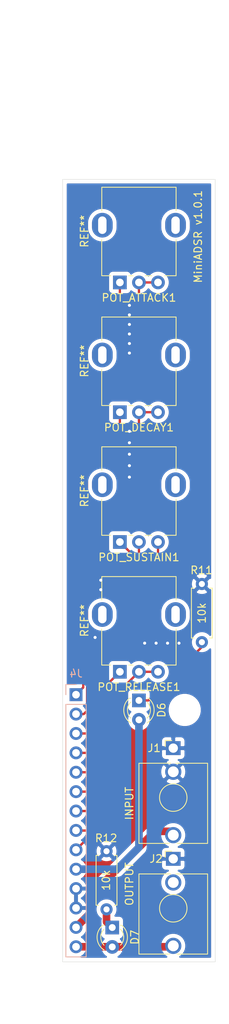
<source format=kicad_pcb>
(kicad_pcb (version 20171130) (host pcbnew 5.1.9+dfsg1-1~bpo10+1)

  (general
    (thickness 1.6)
    (drawings 12)
    (tracks 86)
    (zones 0)
    (modules 12)
    (nets 16)
  )

  (page A4)
  (layers
    (0 F.Cu signal)
    (31 B.Cu signal)
    (32 B.Adhes user)
    (33 F.Adhes user)
    (34 B.Paste user)
    (35 F.Paste user)
    (36 B.SilkS user)
    (37 F.SilkS user)
    (38 B.Mask user)
    (39 F.Mask user)
    (40 Dwgs.User user)
    (41 Cmts.User user)
    (42 Eco1.User user)
    (43 Eco2.User user)
    (44 Edge.Cuts user)
    (45 Margin user)
    (46 B.CrtYd user)
    (47 F.CrtYd user)
    (48 B.Fab user)
    (49 F.Fab user)
  )

  (setup
    (last_trace_width 0.3)
    (user_trace_width 0.45)
    (user_trace_width 0.75)
    (user_trace_width 1)
    (trace_clearance 0.2)
    (zone_clearance 0.508)
    (zone_45_only no)
    (trace_min 0.2)
    (via_size 0.8)
    (via_drill 0.4)
    (via_min_size 0.4)
    (via_min_drill 0.3)
    (uvia_size 0.3)
    (uvia_drill 0.1)
    (uvias_allowed no)
    (uvia_min_size 0.2)
    (uvia_min_drill 0.1)
    (edge_width 0.05)
    (segment_width 0.2)
    (pcb_text_width 0.3)
    (pcb_text_size 1.5 1.5)
    (mod_edge_width 0.12)
    (mod_text_size 1 1)
    (mod_text_width 0.15)
    (pad_size 1.524 1.524)
    (pad_drill 0.762)
    (pad_to_mask_clearance 0)
    (aux_axis_origin 0 0)
    (visible_elements FFFFFF7F)
    (pcbplotparams
      (layerselection 0x3d0f0_ffffffff)
      (usegerberextensions false)
      (usegerberattributes true)
      (usegerberadvancedattributes true)
      (creategerberjobfile true)
      (excludeedgelayer true)
      (linewidth 0.100000)
      (plotframeref false)
      (viasonmask false)
      (mode 1)
      (useauxorigin false)
      (hpglpennumber 1)
      (hpglpenspeed 20)
      (hpglpendiameter 15.000000)
      (psnegative false)
      (psa4output false)
      (plotreference true)
      (plotvalue true)
      (plotinvisibletext false)
      (padsonsilk false)
      (subtractmaskfromsilk false)
      (outputformat 1)
      (mirror false)
      (drillshape 0)
      (scaleselection 1)
      (outputdirectory "MiniADSR v1.0.1 - Control/"))
  )

  (net 0 "")
  (net 1 "Net-(D6-Pad1)")
  (net 2 "Net-(D7-Pad1)")
  (net 3 A_VCC)
  (net 4 A2)
  (net 5 GND1)
  (net 6 A1)
  (net 7 A3)
  (net 8 A4)
  (net 9 A5)
  (net 10 A6)
  (net 11 A7)
  (net 12 A8)
  (net 13 A9)
  (net 14 A10)
  (net 15 A11)

  (net_class Default "This is the default net class."
    (clearance 0.2)
    (trace_width 0.3)
    (via_dia 0.8)
    (via_drill 0.4)
    (uvia_dia 0.3)
    (uvia_drill 0.1)
    (add_net A1)
    (add_net A10)
    (add_net A11)
    (add_net A2)
    (add_net A3)
    (add_net A4)
    (add_net A5)
    (add_net A6)
    (add_net A7)
    (add_net A8)
    (add_net A9)
    (add_net A_VCC)
    (add_net GND1)
    (add_net "Net-(D6-Pad1)")
    (add_net "Net-(D7-Pad1)")
  )

  (module benjiaomodular:Potentiometer_RV09 (layer F.Cu) (tedit 61B03861) (tstamp 61D8E22A)
    (at 99 117.5 90)
    (path /61BFC42F)
    (fp_text reference POT_RELEASE1 (at -2 2.5 180) (layer F.SilkS)
      (effects (font (size 1 1) (thickness 0.15)))
    )
    (fp_text value 1M (at 0.2 2.6 180) (layer F.Fab)
      (effects (font (size 1 1) (thickness 0.15)))
    )
    (fp_circle (center 7.5 2.5) (end 7.5 -1) (layer F.Fab) (width 0.1))
    (fp_line (start 1 -2.25) (end 12.35 -2.25) (layer F.Fab) (width 0.1))
    (fp_line (start 1 7.25) (end 1 -2.25) (layer F.Fab) (width 0.1))
    (fp_line (start 0.88 7.37) (end 5.6 7.37) (layer F.SilkS) (width 0.12))
    (fp_line (start 0.88 7.37) (end 0.88 5.88) (layer F.SilkS) (width 0.12))
    (fp_line (start 12.6 -3.91) (end -1.15 -3.91) (layer F.CrtYd) (width 0.05))
    (fp_line (start 0.88 4.16) (end 0.88 3.33) (layer F.SilkS) (width 0.12))
    (fp_line (start -1.15 8.91) (end 12.6 8.91) (layer F.CrtYd) (width 0.05))
    (fp_line (start 0.88 -1.19) (end 0.88 -2.37) (layer F.SilkS) (width 0.12))
    (fp_line (start 12.47 7.37) (end 12.47 -2.37) (layer F.SilkS) (width 0.12))
    (fp_line (start 9.41 7.37) (end 12.47 7.37) (layer F.SilkS) (width 0.12))
    (fp_line (start 0.88 -2.38) (end 5.6 -2.38) (layer F.SilkS) (width 0.12))
    (fp_line (start 9.41 -2.37) (end 12.47 -2.37) (layer F.SilkS) (width 0.12))
    (fp_line (start -1.15 -3.91) (end -1.15 8.91) (layer F.CrtYd) (width 0.05))
    (fp_line (start 12.35 7.25) (end 12.35 -2.25) (layer F.Fab) (width 0.1))
    (fp_line (start 12.6 8.91) (end 12.6 -3.91) (layer F.CrtYd) (width 0.05))
    (fp_line (start 1 7.25) (end 12.35 7.25) (layer F.Fab) (width 0.1))
    (fp_line (start 0.88 1.71) (end 0.88 1.18) (layer F.SilkS) (width 0.12))
    (fp_text user %R (at 2.25 3 180) (layer F.Fab)
      (effects (font (size 1 1) (thickness 0.15)))
    )
    (fp_text user REF** (at 6.71 -4.64 270) (layer F.SilkS)
      (effects (font (size 1 1) (thickness 0.15)))
    )
    (pad 1 thru_hole rect (at 0 0 180) (size 1.8 1.8) (drill 1) (layers *.Cu *.Mask)
      (net 14 A10))
    (pad 3 thru_hole circle (at 0 5 180) (size 1.8 1.8) (drill 1) (layers *.Cu *.Mask)
      (net 15 A11))
    (pad 2 thru_hole circle (at 0 2.5 180) (size 1.8 1.8) (drill 1) (layers *.Cu *.Mask)
      (net 15 A11))
    (pad "" thru_hole oval (at 7.5 7.3 180) (size 2.72 3.24) (drill oval 1.1 2.3) (layers *.Cu *.Mask))
    (pad "" thru_hole oval (at 7.5 -2.3 180) (size 2.72 3.24) (drill oval 1.1 2.3) (layers *.Cu *.Mask))
  )

  (module MountingHole:MountingHole_3.2mm_M3 (layer F.Cu) (tedit 56D1B4CB) (tstamp 61D95958)
    (at 107.5 122.5)
    (descr "Mounting Hole 3.2mm, no annular, M3")
    (tags "mounting hole 3.2mm no annular m3")
    (attr virtual)
    (fp_text reference REF** (at 1.5 -3.9 180) (layer F.SilkS) hide
      (effects (font (size 1 1) (thickness 0.15)))
    )
    (fp_text value MountingHole_3.2mm_M3 (at 3 0 90) (layer F.Fab)
      (effects (font (size 1 1) (thickness 0.15)))
    )
    (fp_circle (center 0 0) (end 3.2 0) (layer Cmts.User) (width 0.15))
    (fp_circle (center 0 0) (end 3.45 0) (layer F.CrtYd) (width 0.05))
    (fp_text user %R (at 0.3 0) (layer F.Fab) hide
      (effects (font (size 1 1) (thickness 0.15)))
    )
    (pad 1 np_thru_hole circle (at 0 0) (size 3.2 3.2) (drill 3.2) (layers *.Cu *.Mask))
  )

  (module benjiaomodular:AudioJack_3.5mm (layer F.Cu) (tedit 61D86605) (tstamp 61D8E301)
    (at 106 127.5)
    (path /61DE2DCA)
    (fp_text reference J1 (at -2.5 0) (layer F.SilkS)
      (effects (font (size 1 1) (thickness 0.15)))
    )
    (fp_text value INPUT (at -5.75 7.25 90) (layer F.SilkS)
      (effects (font (size 1 1) (thickness 0.15)))
    )
    (fp_line (start -1.06 -1) (end -1.06 -0.2) (layer F.SilkS) (width 0.12))
    (fp_circle (center 0 6.48) (end 1.5 6.48) (layer Dwgs.User) (width 0.12))
    (fp_line (start -1.42 6.875) (end 0.4 5.06) (layer Dwgs.User) (width 0.12))
    (fp_line (start 4.5 1.98) (end 4.5 12.48) (layer F.SilkS) (width 0.12))
    (fp_line (start -4.5 12.48) (end -4.5 2.08) (layer F.Fab) (width 0.1))
    (fp_line (start -0.58 7.83) (end 1.36 5.89) (layer Dwgs.User) (width 0.12))
    (fp_line (start 4.5 1.98) (end 0.35 1.98) (layer F.SilkS) (width 0.12))
    (fp_line (start 0.09 7.96) (end 1.48 6.57) (layer Dwgs.User) (width 0.12))
    (fp_line (start -0.35 1.98) (end -4.5 1.98) (layer F.SilkS) (width 0.12))
    (fp_line (start 5 12.98) (end 5 -1.42) (layer F.CrtYd) (width 0.05))
    (fp_circle (center 0 6.48) (end 1.8 6.48) (layer F.SilkS) (width 0.12))
    (fp_line (start -4.5 1.98) (end -4.5 12.48) (layer F.SilkS) (width 0.12))
    (fp_line (start 4.5 12.48) (end 0.5 12.48) (layer F.SilkS) (width 0.12))
    (fp_line (start -1.41 6.02) (end -0.46 5.07) (layer Dwgs.User) (width 0.12))
    (fp_line (start -0.5 12.48) (end -4.5 12.48) (layer F.SilkS) (width 0.12))
    (fp_line (start -1.06 -1) (end -0.2 -1) (layer F.SilkS) (width 0.12))
    (fp_line (start -1.07 7.49) (end 1.01 5.41) (layer Dwgs.User) (width 0.12))
    (fp_line (start -5 12.98) (end -5 -1.42) (layer F.CrtYd) (width 0.05))
    (fp_line (start 4.5 12.48) (end 4.5 2.08) (layer F.Fab) (width 0.1))
    (fp_line (start 4.5 12.48) (end -4.5 12.48) (layer F.Fab) (width 0.1))
    (fp_line (start 4.5 2.03) (end -4.5 2.03) (layer F.Fab) (width 0.1))
    (fp_circle (center 0 6.48) (end 1.8 6.48) (layer F.Fab) (width 0.1))
    (fp_line (start 0 0) (end 0 2.03) (layer F.Fab) (width 0.1))
    (fp_line (start 5 12.98) (end -5 12.98) (layer F.CrtYd) (width 0.05))
    (fp_line (start 5 -1.42) (end -5 -1.42) (layer F.CrtYd) (width 0.05))
    (fp_text user KEEPOUT (at 0 6.48) (layer Cmts.User)
      (effects (font (size 0.4 0.4) (thickness 0.051)))
    )
    (fp_text user %R (at 0 8 180) (layer F.Fab)
      (effects (font (size 1 1) (thickness 0.15)))
    )
    (pad S thru_hole rect (at 0 0 180) (size 1.93 1.83) (drill 1.22) (layers *.Cu *.Mask)
      (net 5 GND1))
    (pad TN thru_hole circle (at 0 3.1 180) (size 2.13 2.13) (drill 1.42) (layers *.Cu *.Mask)
      (net 5 GND1))
    (pad T thru_hole circle (at 0 11.4 180) (size 2.13 2.13) (drill 1.43) (layers *.Cu *.Mask)
      (net 6 A1))
  )

  (module Resistor_THT:R_Axial_DIN0207_L6.3mm_D2.5mm_P7.62mm_Horizontal (layer F.Cu) (tedit 5AE5139B) (tstamp 61D8D29E)
    (at 97.25 141 270)
    (descr "Resistor, Axial_DIN0207 series, Axial, Horizontal, pin pitch=7.62mm, 0.25W = 1/4W, length*diameter=6.3*2.5mm^2, http://cdn-reichelt.de/documents/datenblatt/B400/1_4W%23YAG.pdf")
    (tags "Resistor Axial_DIN0207 series Axial Horizontal pin pitch 7.62mm 0.25W = 1/4W length 6.3mm diameter 2.5mm")
    (path /61DA0801)
    (fp_text reference R12 (at -1.7 0.05 180) (layer F.SilkS)
      (effects (font (size 1 1) (thickness 0.15)))
    )
    (fp_text value 10k (at 3.8 0.05 90) (layer F.SilkS)
      (effects (font (size 1 1) (thickness 0.15)))
    )
    (fp_line (start 8.67 -1.5) (end -1.05 -1.5) (layer F.CrtYd) (width 0.05))
    (fp_line (start 8.67 1.5) (end 8.67 -1.5) (layer F.CrtYd) (width 0.05))
    (fp_line (start -1.05 1.5) (end 8.67 1.5) (layer F.CrtYd) (width 0.05))
    (fp_line (start -1.05 -1.5) (end -1.05 1.5) (layer F.CrtYd) (width 0.05))
    (fp_line (start 7.08 1.37) (end 7.08 1.04) (layer F.SilkS) (width 0.12))
    (fp_line (start 0.54 1.37) (end 7.08 1.37) (layer F.SilkS) (width 0.12))
    (fp_line (start 0.54 1.04) (end 0.54 1.37) (layer F.SilkS) (width 0.12))
    (fp_line (start 7.08 -1.37) (end 7.08 -1.04) (layer F.SilkS) (width 0.12))
    (fp_line (start 0.54 -1.37) (end 7.08 -1.37) (layer F.SilkS) (width 0.12))
    (fp_line (start 0.54 -1.04) (end 0.54 -1.37) (layer F.SilkS) (width 0.12))
    (fp_line (start 7.62 0) (end 6.96 0) (layer F.Fab) (width 0.1))
    (fp_line (start 0 0) (end 0.66 0) (layer F.Fab) (width 0.1))
    (fp_line (start 6.96 -1.25) (end 0.66 -1.25) (layer F.Fab) (width 0.1))
    (fp_line (start 6.96 1.25) (end 6.96 -1.25) (layer F.Fab) (width 0.1))
    (fp_line (start 0.66 1.25) (end 6.96 1.25) (layer F.Fab) (width 0.1))
    (fp_line (start 0.66 -1.25) (end 0.66 1.25) (layer F.Fab) (width 0.1))
    (fp_text user %R (at 3.9 0.05 270) (layer F.Fab)
      (effects (font (size 1 1) (thickness 0.15)))
    )
    (pad 1 thru_hole circle (at 0 0 270) (size 1.6 1.6) (drill 0.8) (layers *.Cu *.Mask)
      (net 5 GND1))
    (pad 2 thru_hole oval (at 7.62 0 270) (size 1.6 1.6) (drill 0.8) (layers *.Cu *.Mask)
      (net 2 "Net-(D7-Pad1)"))
    (model ${KISYS3DMOD}/Resistor_THT.3dshapes/R_Axial_DIN0207_L6.3mm_D2.5mm_P7.62mm_Horizontal.wrl
      (at (xyz 0 0 0))
      (scale (xyz 1 1 1))
      (rotate (xyz 0 0 0))
    )
  )

  (module Resistor_THT:R_Axial_DIN0207_L6.3mm_D2.5mm_P7.62mm_Horizontal (layer F.Cu) (tedit 5AE5139B) (tstamp 61D8D287)
    (at 109.75 106 270)
    (descr "Resistor, Axial_DIN0207 series, Axial, Horizontal, pin pitch=7.62mm, 0.25W = 1/4W, length*diameter=6.3*2.5mm^2, http://cdn-reichelt.de/documents/datenblatt/B400/1_4W%23YAG.pdf")
    (tags "Resistor Axial_DIN0207 series Axial Horizontal pin pitch 7.62mm 0.25W = 1/4W length 6.3mm diameter 2.5mm")
    (path /61DAA324)
    (fp_text reference R11 (at -1.8 0.05 180) (layer F.SilkS)
      (effects (font (size 1 1) (thickness 0.15)))
    )
    (fp_text value 10k (at 3.81 0 90) (layer F.SilkS)
      (effects (font (size 1 1) (thickness 0.15)))
    )
    (fp_line (start 0.66 -1.25) (end 0.66 1.25) (layer F.Fab) (width 0.1))
    (fp_line (start 0.66 1.25) (end 6.96 1.25) (layer F.Fab) (width 0.1))
    (fp_line (start 6.96 1.25) (end 6.96 -1.25) (layer F.Fab) (width 0.1))
    (fp_line (start 6.96 -1.25) (end 0.66 -1.25) (layer F.Fab) (width 0.1))
    (fp_line (start 0 0) (end 0.66 0) (layer F.Fab) (width 0.1))
    (fp_line (start 7.62 0) (end 6.96 0) (layer F.Fab) (width 0.1))
    (fp_line (start 0.54 -1.04) (end 0.54 -1.37) (layer F.SilkS) (width 0.12))
    (fp_line (start 0.54 -1.37) (end 7.08 -1.37) (layer F.SilkS) (width 0.12))
    (fp_line (start 7.08 -1.37) (end 7.08 -1.04) (layer F.SilkS) (width 0.12))
    (fp_line (start 0.54 1.04) (end 0.54 1.37) (layer F.SilkS) (width 0.12))
    (fp_line (start 0.54 1.37) (end 7.08 1.37) (layer F.SilkS) (width 0.12))
    (fp_line (start 7.08 1.37) (end 7.08 1.04) (layer F.SilkS) (width 0.12))
    (fp_line (start -1.05 -1.5) (end -1.05 1.5) (layer F.CrtYd) (width 0.05))
    (fp_line (start -1.05 1.5) (end 8.67 1.5) (layer F.CrtYd) (width 0.05))
    (fp_line (start 8.67 1.5) (end 8.67 -1.5) (layer F.CrtYd) (width 0.05))
    (fp_line (start 8.67 -1.5) (end -1.05 -1.5) (layer F.CrtYd) (width 0.05))
    (fp_text user %R (at -1.8 0.05 180) (layer F.Fab)
      (effects (font (size 1 1) (thickness 0.15)))
    )
    (pad 2 thru_hole oval (at 7.62 0 270) (size 1.6 1.6) (drill 0.8) (layers *.Cu *.Mask)
      (net 1 "Net-(D6-Pad1)"))
    (pad 1 thru_hole circle (at 0 0 270) (size 1.6 1.6) (drill 0.8) (layers *.Cu *.Mask)
      (net 5 GND1))
    (model ${KISYS3DMOD}/Resistor_THT.3dshapes/R_Axial_DIN0207_L6.3mm_D2.5mm_P7.62mm_Horizontal.wrl
      (at (xyz 0 0 0))
      (scale (xyz 1 1 1))
      (rotate (xyz 0 0 0))
    )
  )

  (module benjiaomodular:Potentiometer_RV09 (layer F.Cu) (tedit 61B03861) (tstamp 61D919F6)
    (at 99 66.5 90)
    (path /61BFD401)
    (fp_text reference POT_ATTACK1 (at -2 2.5 180) (layer F.SilkS)
      (effects (font (size 1 1) (thickness 0.15)))
    )
    (fp_text value 1M (at 0.2 2.5 180) (layer F.Fab)
      (effects (font (size 1 1) (thickness 0.15)))
    )
    (fp_line (start 0.88 1.71) (end 0.88 1.18) (layer F.SilkS) (width 0.12))
    (fp_line (start 1 7.25) (end 12.35 7.25) (layer F.Fab) (width 0.1))
    (fp_line (start 12.6 8.91) (end 12.6 -3.91) (layer F.CrtYd) (width 0.05))
    (fp_line (start 12.35 7.25) (end 12.35 -2.25) (layer F.Fab) (width 0.1))
    (fp_line (start -1.15 -3.91) (end -1.15 8.91) (layer F.CrtYd) (width 0.05))
    (fp_line (start 9.41 -2.37) (end 12.47 -2.37) (layer F.SilkS) (width 0.12))
    (fp_line (start 0.88 -2.38) (end 5.6 -2.38) (layer F.SilkS) (width 0.12))
    (fp_line (start 9.41 7.37) (end 12.47 7.37) (layer F.SilkS) (width 0.12))
    (fp_line (start 12.47 7.37) (end 12.47 -2.37) (layer F.SilkS) (width 0.12))
    (fp_line (start 0.88 -1.19) (end 0.88 -2.37) (layer F.SilkS) (width 0.12))
    (fp_line (start -1.15 8.91) (end 12.6 8.91) (layer F.CrtYd) (width 0.05))
    (fp_line (start 0.88 4.16) (end 0.88 3.33) (layer F.SilkS) (width 0.12))
    (fp_line (start 12.6 -3.91) (end -1.15 -3.91) (layer F.CrtYd) (width 0.05))
    (fp_line (start 0.88 7.37) (end 0.88 5.88) (layer F.SilkS) (width 0.12))
    (fp_line (start 0.88 7.37) (end 5.6 7.37) (layer F.SilkS) (width 0.12))
    (fp_line (start 1 7.25) (end 1 -2.25) (layer F.Fab) (width 0.1))
    (fp_line (start 1 -2.25) (end 12.35 -2.25) (layer F.Fab) (width 0.1))
    (fp_circle (center 7.5 2.5) (end 7.5 -1) (layer F.Fab) (width 0.1))
    (fp_text user REF** (at 6.71 -4.64 270) (layer F.SilkS)
      (effects (font (size 1 1) (thickness 0.15)))
    )
    (fp_text user %R (at 7.62 2.54 90) (layer F.Fab)
      (effects (font (size 1 1) (thickness 0.15)))
    )
    (pad "" thru_hole oval (at 7.5 -2.3 180) (size 2.72 3.24) (drill oval 1.1 2.3) (layers *.Cu *.Mask))
    (pad "" thru_hole oval (at 7.5 7.3 180) (size 2.72 3.24) (drill oval 1.1 2.3) (layers *.Cu *.Mask))
    (pad 2 thru_hole circle (at 0 2.5 180) (size 1.8 1.8) (drill 1) (layers *.Cu *.Mask)
      (net 8 A4))
    (pad 3 thru_hole circle (at 0 5 180) (size 1.8 1.8) (drill 1) (layers *.Cu *.Mask)
      (net 8 A4))
    (pad 1 thru_hole rect (at 0 0 180) (size 1.8 1.8) (drill 1) (layers *.Cu *.Mask)
      (net 7 A3))
  )

  (module benjiaomodular:Potentiometer_RV09 (layer F.Cu) (tedit 61B03861) (tstamp 61D91A13)
    (at 99 83.5 90)
    (path /61CD07DC)
    (fp_text reference POT_DECAY1 (at -2 2.5 180) (layer F.SilkS)
      (effects (font (size 1 1) (thickness 0.15)))
    )
    (fp_text value 1M (at 0.2 2.5 180) (layer F.Fab)
      (effects (font (size 1 1) (thickness 0.15)))
    )
    (fp_line (start 0.88 1.71) (end 0.88 1.18) (layer F.SilkS) (width 0.12))
    (fp_line (start 1 7.25) (end 12.35 7.25) (layer F.Fab) (width 0.1))
    (fp_line (start 12.6 8.91) (end 12.6 -3.91) (layer F.CrtYd) (width 0.05))
    (fp_line (start 12.35 7.25) (end 12.35 -2.25) (layer F.Fab) (width 0.1))
    (fp_line (start -1.15 -3.91) (end -1.15 8.91) (layer F.CrtYd) (width 0.05))
    (fp_line (start 9.41 -2.37) (end 12.47 -2.37) (layer F.SilkS) (width 0.12))
    (fp_line (start 0.88 -2.38) (end 5.6 -2.38) (layer F.SilkS) (width 0.12))
    (fp_line (start 9.41 7.37) (end 12.47 7.37) (layer F.SilkS) (width 0.12))
    (fp_line (start 12.47 7.37) (end 12.47 -2.37) (layer F.SilkS) (width 0.12))
    (fp_line (start 0.88 -1.19) (end 0.88 -2.37) (layer F.SilkS) (width 0.12))
    (fp_line (start -1.15 8.91) (end 12.6 8.91) (layer F.CrtYd) (width 0.05))
    (fp_line (start 0.88 4.16) (end 0.88 3.33) (layer F.SilkS) (width 0.12))
    (fp_line (start 12.6 -3.91) (end -1.15 -3.91) (layer F.CrtYd) (width 0.05))
    (fp_line (start 0.88 7.37) (end 0.88 5.88) (layer F.SilkS) (width 0.12))
    (fp_line (start 0.88 7.37) (end 5.6 7.37) (layer F.SilkS) (width 0.12))
    (fp_line (start 1 7.25) (end 1 -2.25) (layer F.Fab) (width 0.1))
    (fp_line (start 1 -2.25) (end 12.35 -2.25) (layer F.Fab) (width 0.1))
    (fp_circle (center 7.5 2.5) (end 7.5 -1) (layer F.Fab) (width 0.1))
    (fp_text user REF** (at 6.71 -4.64 270) (layer F.SilkS)
      (effects (font (size 1 1) (thickness 0.15)))
    )
    (fp_text user %R (at 7.62 2.54 90) (layer F.Fab)
      (effects (font (size 1 1) (thickness 0.15)))
    )
    (pad "" thru_hole oval (at 7.5 -2.3 180) (size 2.72 3.24) (drill oval 1.1 2.3) (layers *.Cu *.Mask))
    (pad "" thru_hole oval (at 7.5 7.3 180) (size 2.72 3.24) (drill oval 1.1 2.3) (layers *.Cu *.Mask))
    (pad 2 thru_hole circle (at 0 2.5 180) (size 1.8 1.8) (drill 1) (layers *.Cu *.Mask)
      (net 10 A6))
    (pad 3 thru_hole circle (at 0 5 180) (size 1.8 1.8) (drill 1) (layers *.Cu *.Mask)
      (net 10 A6))
    (pad 1 thru_hole rect (at 0 0 180) (size 1.8 1.8) (drill 1) (layers *.Cu *.Mask)
      (net 9 A5))
  )

  (module benjiaomodular:Potentiometer_RV09 (layer F.Cu) (tedit 61B03861) (tstamp 61D91A4D)
    (at 99 100.5 90)
    (path /61C7CF01)
    (fp_text reference POT_SUSTAIN1 (at -2 2.5 180) (layer F.SilkS)
      (effects (font (size 1 1) (thickness 0.15)))
    )
    (fp_text value 10K (at 0 2.5 180) (layer F.Fab)
      (effects (font (size 1 1) (thickness 0.15)))
    )
    (fp_circle (center 7.5 2.5) (end 7.5 -1) (layer F.Fab) (width 0.1))
    (fp_line (start 1 -2.25) (end 12.35 -2.25) (layer F.Fab) (width 0.1))
    (fp_line (start 1 7.25) (end 1 -2.25) (layer F.Fab) (width 0.1))
    (fp_line (start 0.88 7.37) (end 5.6 7.37) (layer F.SilkS) (width 0.12))
    (fp_line (start 0.88 7.37) (end 0.88 5.88) (layer F.SilkS) (width 0.12))
    (fp_line (start 12.6 -3.91) (end -1.15 -3.91) (layer F.CrtYd) (width 0.05))
    (fp_line (start 0.88 4.16) (end 0.88 3.33) (layer F.SilkS) (width 0.12))
    (fp_line (start -1.15 8.91) (end 12.6 8.91) (layer F.CrtYd) (width 0.05))
    (fp_line (start 0.88 -1.19) (end 0.88 -2.37) (layer F.SilkS) (width 0.12))
    (fp_line (start 12.47 7.37) (end 12.47 -2.37) (layer F.SilkS) (width 0.12))
    (fp_line (start 9.41 7.37) (end 12.47 7.37) (layer F.SilkS) (width 0.12))
    (fp_line (start 0.88 -2.38) (end 5.6 -2.38) (layer F.SilkS) (width 0.12))
    (fp_line (start 9.41 -2.37) (end 12.47 -2.37) (layer F.SilkS) (width 0.12))
    (fp_line (start -1.15 -3.91) (end -1.15 8.91) (layer F.CrtYd) (width 0.05))
    (fp_line (start 12.35 7.25) (end 12.35 -2.25) (layer F.Fab) (width 0.1))
    (fp_line (start 12.6 8.91) (end 12.6 -3.91) (layer F.CrtYd) (width 0.05))
    (fp_line (start 1 7.25) (end 12.35 7.25) (layer F.Fab) (width 0.1))
    (fp_line (start 0.88 1.71) (end 0.88 1.18) (layer F.SilkS) (width 0.12))
    (fp_text user %R (at 7.62 2.54 90) (layer F.Fab)
      (effects (font (size 1 1) (thickness 0.15)))
    )
    (fp_text user REF** (at 6.71 -4.64 270) (layer F.SilkS)
      (effects (font (size 1 1) (thickness 0.15)))
    )
    (pad 1 thru_hole rect (at 0 0 180) (size 1.8 1.8) (drill 1) (layers *.Cu *.Mask)
      (net 11 A7))
    (pad 3 thru_hole circle (at 0 5 180) (size 1.8 1.8) (drill 1) (layers *.Cu *.Mask)
      (net 13 A9))
    (pad 2 thru_hole circle (at 0 2.5 180) (size 1.8 1.8) (drill 1) (layers *.Cu *.Mask)
      (net 12 A8))
    (pad "" thru_hole oval (at 7.5 7.3 180) (size 2.72 3.24) (drill oval 1.1 2.3) (layers *.Cu *.Mask))
    (pad "" thru_hole oval (at 7.5 -2.3 180) (size 2.72 3.24) (drill oval 1.1 2.3) (layers *.Cu *.Mask))
  )

  (module LED_THT:LED_D3.0mm (layer F.Cu) (tedit 587A3A7B) (tstamp 61D8D25D)
    (at 101.5 121.25 270)
    (descr "LED, diameter 3.0mm, 2 pins")
    (tags "LED diameter 3.0mm 2 pins")
    (path /61DAAC25)
    (fp_text reference D6 (at 1.27 -2.96 90) (layer F.SilkS)
      (effects (font (size 1 1) (thickness 0.15)))
    )
    (fp_text value PWR_LED (at -1.15 0 180) (layer F.Fab)
      (effects (font (size 1 1) (thickness 0.15)))
    )
    (fp_circle (center 1.27 0) (end 2.77 0) (layer F.Fab) (width 0.1))
    (fp_line (start -0.23 -1.16619) (end -0.23 1.16619) (layer F.Fab) (width 0.1))
    (fp_line (start -0.29 -1.236) (end -0.29 -1.08) (layer F.SilkS) (width 0.12))
    (fp_line (start -0.29 1.08) (end -0.29 1.236) (layer F.SilkS) (width 0.12))
    (fp_line (start -1.15 -2.25) (end -1.15 2.25) (layer F.CrtYd) (width 0.05))
    (fp_line (start -1.15 2.25) (end 3.7 2.25) (layer F.CrtYd) (width 0.05))
    (fp_line (start 3.7 2.25) (end 3.7 -2.25) (layer F.CrtYd) (width 0.05))
    (fp_line (start 3.7 -2.25) (end -1.15 -2.25) (layer F.CrtYd) (width 0.05))
    (fp_arc (start 1.27 0) (end 0.229039 1.08) (angle -87.9) (layer F.SilkS) (width 0.12))
    (fp_arc (start 1.27 0) (end 0.229039 -1.08) (angle 87.9) (layer F.SilkS) (width 0.12))
    (fp_arc (start 1.27 0) (end -0.29 1.235516) (angle -108.8) (layer F.SilkS) (width 0.12))
    (fp_arc (start 1.27 0) (end -0.29 -1.235516) (angle 108.8) (layer F.SilkS) (width 0.12))
    (fp_arc (start 1.27 0) (end -0.23 -1.16619) (angle 284.3) (layer F.Fab) (width 0.1))
    (pad 2 thru_hole circle (at 2.54 0 270) (size 1.8 1.8) (drill 0.9) (layers *.Cu *.Mask)
      (net 3 A_VCC))
    (pad 1 thru_hole rect (at 0 0 270) (size 1.8 1.8) (drill 0.9) (layers *.Cu *.Mask)
      (net 1 "Net-(D6-Pad1)"))
    (model ${KISYS3DMOD}/LED_THT.3dshapes/LED_D3.0mm.wrl
      (at (xyz 0 0 0))
      (scale (xyz 1 1 1))
      (rotate (xyz 0 0 0))
    )
  )

  (module LED_THT:LED_D3.0mm (layer F.Cu) (tedit 587A3A7B) (tstamp 61D94327)
    (at 98 151 270)
    (descr "LED, diameter 3.0mm, 2 pins")
    (tags "LED diameter 3.0mm 2 pins")
    (path /61D9041E)
    (fp_text reference D7 (at 1.27 -2.96 90) (layer F.SilkS)
      (effects (font (size 1 1) (thickness 0.15)))
    )
    (fp_text value OUTPUT_LED (at 4.5 0 180) (layer F.Fab)
      (effects (font (size 1 1) (thickness 0.15)))
    )
    (fp_line (start 3.7 -2.25) (end -1.15 -2.25) (layer F.CrtYd) (width 0.05))
    (fp_line (start 3.7 2.25) (end 3.7 -2.25) (layer F.CrtYd) (width 0.05))
    (fp_line (start -1.15 2.25) (end 3.7 2.25) (layer F.CrtYd) (width 0.05))
    (fp_line (start -1.15 -2.25) (end -1.15 2.25) (layer F.CrtYd) (width 0.05))
    (fp_line (start -0.29 1.08) (end -0.29 1.236) (layer F.SilkS) (width 0.12))
    (fp_line (start -0.29 -1.236) (end -0.29 -1.08) (layer F.SilkS) (width 0.12))
    (fp_line (start -0.23 -1.16619) (end -0.23 1.16619) (layer F.Fab) (width 0.1))
    (fp_circle (center 1.27 0) (end 2.77 0) (layer F.Fab) (width 0.1))
    (fp_arc (start 1.27 0) (end -0.23 -1.16619) (angle 284.3) (layer F.Fab) (width 0.1))
    (fp_arc (start 1.27 0) (end -0.29 -1.235516) (angle 108.8) (layer F.SilkS) (width 0.12))
    (fp_arc (start 1.27 0) (end -0.29 1.235516) (angle -108.8) (layer F.SilkS) (width 0.12))
    (fp_arc (start 1.27 0) (end 0.229039 -1.08) (angle 87.9) (layer F.SilkS) (width 0.12))
    (fp_arc (start 1.27 0) (end 0.229039 1.08) (angle -87.9) (layer F.SilkS) (width 0.12))
    (pad 1 thru_hole rect (at 0 0 270) (size 1.8 1.8) (drill 0.9) (layers *.Cu *.Mask)
      (net 2 "Net-(D7-Pad1)"))
    (pad 2 thru_hole circle (at 2.54 0 270) (size 1.8 1.8) (drill 0.9) (layers *.Cu *.Mask)
      (net 4 A2))
    (model ${KISYS3DMOD}/LED_THT.3dshapes/LED_D3.0mm.wrl
      (at (xyz 0 0 0))
      (scale (xyz 1 1 1))
      (rotate (xyz 0 0 0))
    )
  )

  (module benjiaomodular:AudioJack_3.5mm (layer F.Cu) (tedit 61D86605) (tstamp 61D8D707)
    (at 106 142)
    (path /61DE60D7)
    (fp_text reference J2 (at -2.25 0) (layer F.SilkS)
      (effects (font (size 1 1) (thickness 0.15)))
    )
    (fp_text value OUTPUT (at -5.75 3.3 90) (layer F.SilkS)
      (effects (font (size 1 1) (thickness 0.15)))
    )
    (fp_line (start -1.06 -1) (end -1.06 -0.2) (layer F.SilkS) (width 0.12))
    (fp_circle (center 0 6.48) (end 1.5 6.48) (layer Dwgs.User) (width 0.12))
    (fp_line (start -1.42 6.875) (end 0.4 5.06) (layer Dwgs.User) (width 0.12))
    (fp_line (start 4.5 1.98) (end 4.5 12.48) (layer F.SilkS) (width 0.12))
    (fp_line (start -4.5 12.48) (end -4.5 2.08) (layer F.Fab) (width 0.1))
    (fp_line (start -0.58 7.83) (end 1.36 5.89) (layer Dwgs.User) (width 0.12))
    (fp_line (start 4.5 1.98) (end 0.35 1.98) (layer F.SilkS) (width 0.12))
    (fp_line (start 0.09 7.96) (end 1.48 6.57) (layer Dwgs.User) (width 0.12))
    (fp_line (start -0.35 1.98) (end -4.5 1.98) (layer F.SilkS) (width 0.12))
    (fp_line (start 5 12.98) (end 5 -1.42) (layer F.CrtYd) (width 0.05))
    (fp_circle (center 0 6.48) (end 1.8 6.48) (layer F.SilkS) (width 0.12))
    (fp_line (start -4.5 1.98) (end -4.5 12.48) (layer F.SilkS) (width 0.12))
    (fp_line (start 4.5 12.48) (end 0.5 12.48) (layer F.SilkS) (width 0.12))
    (fp_line (start -1.41 6.02) (end -0.46 5.07) (layer Dwgs.User) (width 0.12))
    (fp_line (start -0.5 12.48) (end -4.5 12.48) (layer F.SilkS) (width 0.12))
    (fp_line (start -1.06 -1) (end -0.2 -1) (layer F.SilkS) (width 0.12))
    (fp_line (start -1.07 7.49) (end 1.01 5.41) (layer Dwgs.User) (width 0.12))
    (fp_line (start -5 12.98) (end -5 -1.42) (layer F.CrtYd) (width 0.05))
    (fp_line (start 4.5 12.48) (end 4.5 2.08) (layer F.Fab) (width 0.1))
    (fp_line (start 4.5 12.48) (end -4.5 12.48) (layer F.Fab) (width 0.1))
    (fp_line (start 4.5 2.03) (end -4.5 2.03) (layer F.Fab) (width 0.1))
    (fp_circle (center 0 6.48) (end 1.8 6.48) (layer F.Fab) (width 0.1))
    (fp_line (start 0 0) (end 0 2.03) (layer F.Fab) (width 0.1))
    (fp_line (start 5 12.98) (end -5 12.98) (layer F.CrtYd) (width 0.05))
    (fp_line (start 5 -1.42) (end -5 -1.42) (layer F.CrtYd) (width 0.05))
    (fp_text user KEEPOUT (at 0 6.48) (layer Cmts.User)
      (effects (font (size 0.4 0.4) (thickness 0.051)))
    )
    (fp_text user %R (at 0 8 180) (layer F.Fab)
      (effects (font (size 1 1) (thickness 0.15)))
    )
    (pad S thru_hole rect (at 0 0 180) (size 1.93 1.83) (drill 1.22) (layers *.Cu *.Mask)
      (net 5 GND1))
    (pad TN thru_hole circle (at 0 3.1 180) (size 2.13 2.13) (drill 1.42) (layers *.Cu *.Mask))
    (pad T thru_hole circle (at 0 11.4 180) (size 2.13 2.13) (drill 1.43) (layers *.Cu *.Mask)
      (net 4 A2))
  )

  (module Connector_PinSocket_2.54mm:PinSocket_1x14_P2.54mm_Vertical (layer B.Cu) (tedit 5A19A434) (tstamp 61D929F8)
    (at 93.25 120.5 180)
    (descr "Through hole straight socket strip, 1x14, 2.54mm pitch, single row (from Kicad 4.0.7), script generated")
    (tags "Through hole socket strip THT 1x14 2.54mm single row")
    (path /620E7CE2)
    (fp_text reference J4 (at 0 2.77) (layer B.SilkS)
      (effects (font (size 1 1) (thickness 0.15)) (justify mirror))
    )
    (fp_text value ControlBoard_Pins (at 0 -35.79) (layer B.Fab)
      (effects (font (size 1 1) (thickness 0.15)) (justify mirror))
    )
    (fp_line (start -1.8 -34.8) (end -1.8 1.8) (layer B.CrtYd) (width 0.05))
    (fp_line (start 1.75 -34.8) (end -1.8 -34.8) (layer B.CrtYd) (width 0.05))
    (fp_line (start 1.75 1.8) (end 1.75 -34.8) (layer B.CrtYd) (width 0.05))
    (fp_line (start -1.8 1.8) (end 1.75 1.8) (layer B.CrtYd) (width 0.05))
    (fp_line (start 0 1.33) (end 1.33 1.33) (layer B.SilkS) (width 0.12))
    (fp_line (start 1.33 1.33) (end 1.33 0) (layer B.SilkS) (width 0.12))
    (fp_line (start 1.33 -1.27) (end 1.33 -34.35) (layer B.SilkS) (width 0.12))
    (fp_line (start -1.33 -34.35) (end 1.33 -34.35) (layer B.SilkS) (width 0.12))
    (fp_line (start -1.33 -1.27) (end -1.33 -34.35) (layer B.SilkS) (width 0.12))
    (fp_line (start -1.33 -1.27) (end 1.33 -1.27) (layer B.SilkS) (width 0.12))
    (fp_line (start -1.27 -34.29) (end -1.27 1.27) (layer B.Fab) (width 0.1))
    (fp_line (start 1.27 -34.29) (end -1.27 -34.29) (layer B.Fab) (width 0.1))
    (fp_line (start 1.27 0.635) (end 1.27 -34.29) (layer B.Fab) (width 0.1))
    (fp_line (start 0.635 1.27) (end 1.27 0.635) (layer B.Fab) (width 0.1))
    (fp_line (start -1.27 1.27) (end 0.635 1.27) (layer B.Fab) (width 0.1))
    (fp_text user %R (at 0 -16.51 270) (layer B.Fab)
      (effects (font (size 1 1) (thickness 0.15)) (justify mirror))
    )
    (pad 1 thru_hole rect (at 0 0 180) (size 1.7 1.7) (drill 1) (layers *.Cu *.Mask)
      (net 7 A3))
    (pad 2 thru_hole oval (at 0 -2.54 180) (size 1.7 1.7) (drill 1) (layers *.Cu *.Mask)
      (net 8 A4))
    (pad 3 thru_hole oval (at 0 -5.08 180) (size 1.7 1.7) (drill 1) (layers *.Cu *.Mask)
      (net 9 A5))
    (pad 4 thru_hole oval (at 0 -7.62 180) (size 1.7 1.7) (drill 1) (layers *.Cu *.Mask)
      (net 10 A6))
    (pad 5 thru_hole oval (at 0 -10.16 180) (size 1.7 1.7) (drill 1) (layers *.Cu *.Mask)
      (net 11 A7))
    (pad 6 thru_hole oval (at 0 -12.7 180) (size 1.7 1.7) (drill 1) (layers *.Cu *.Mask)
      (net 12 A8))
    (pad 7 thru_hole oval (at 0 -15.24 180) (size 1.7 1.7) (drill 1) (layers *.Cu *.Mask)
      (net 13 A9))
    (pad 8 thru_hole oval (at 0 -17.78 180) (size 1.7 1.7) (drill 1) (layers *.Cu *.Mask)
      (net 14 A10))
    (pad 9 thru_hole oval (at 0 -20.32 180) (size 1.7 1.7) (drill 1) (layers *.Cu *.Mask)
      (net 15 A11))
    (pad 10 thru_hole oval (at 0 -22.86 180) (size 1.7 1.7) (drill 1) (layers *.Cu *.Mask)
      (net 3 A_VCC))
    (pad 11 thru_hole oval (at 0 -25.4 180) (size 1.7 1.7) (drill 1) (layers *.Cu *.Mask)
      (net 5 GND1))
    (pad 12 thru_hole oval (at 0 -27.94 180) (size 1.7 1.7) (drill 1) (layers *.Cu *.Mask)
      (net 5 GND1))
    (pad 13 thru_hole oval (at 0 -30.48 180) (size 1.7 1.7) (drill 1) (layers *.Cu *.Mask)
      (net 6 A1))
    (pad 14 thru_hole oval (at 0 -33.02 180) (size 1.7 1.7) (drill 1) (layers *.Cu *.Mask)
      (net 4 A2))
    (model ${KISYS3DMOD}/Connector_PinSocket_2.54mm.3dshapes/PinSocket_1x14_P2.54mm_Vertical.wrl
      (at (xyz 0 0 0))
      (scale (xyz 1 1 1))
      (rotate (xyz 0 0 0))
    )
  )

  (gr_text "MiniADSR v1.0.1" (at 109.25 60.5 90) (layer F.SilkS)
    (effects (font (size 1 1) (thickness 0.15)))
  )
  (gr_circle (center 107.5 122.5) (end 109.2 122.7) (layer F.Fab) (width 0.15))
  (dimension 10 (width 0.15) (layer Dwgs.User)
    (gr_text "10.000 mm" (at 96.5 119.4) (layer Dwgs.User)
      (effects (font (size 1 1) (thickness 0.15)))
    )
    (feature1 (pts (xy 91.5 122.5) (xy 91.5 120.113579)))
    (feature2 (pts (xy 101.5 122.5) (xy 101.5 120.113579)))
    (crossbar (pts (xy 101.5 120.7) (xy 91.5 120.7)))
    (arrow1a (pts (xy 91.5 120.7) (xy 92.626504 120.113579)))
    (arrow1b (pts (xy 91.5 120.7) (xy 92.626504 121.286421)))
    (arrow2a (pts (xy 101.5 120.7) (xy 100.373496 120.113579)))
    (arrow2b (pts (xy 101.5 120.7) (xy 100.373496 121.286421)))
  )
  (dimension 4 (width 0.15) (layer Dwgs.User)
    (gr_text "4.000 mm" (at 109.5 126.05) (layer Dwgs.User)
      (effects (font (size 1 1) (thickness 0.15)))
    )
    (feature1 (pts (xy 107.5 122.5) (xy 107.5 125.336421)))
    (feature2 (pts (xy 111.5 122.5) (xy 111.5 125.336421)))
    (crossbar (pts (xy 111.5 124.75) (xy 107.5 124.75)))
    (arrow1a (pts (xy 107.5 124.75) (xy 108.626504 124.163579)))
    (arrow1b (pts (xy 107.5 124.75) (xy 108.626504 125.336421)))
    (arrow2a (pts (xy 111.5 124.75) (xy 110.373496 124.163579)))
    (arrow2b (pts (xy 111.5 124.75) (xy 110.373496 125.336421)))
  )
  (dimension 2 (width 0.15) (layer Dwgs.User)
    (gr_text "2.000 mm" (at 86.95 154.5 270) (layer Dwgs.User)
      (effects (font (size 1 1) (thickness 0.15)))
    )
    (feature1 (pts (xy 93.5 155.5) (xy 87.663579 155.5)))
    (feature2 (pts (xy 93.5 153.5) (xy 87.663579 153.5)))
    (crossbar (pts (xy 88.25 153.5) (xy 88.25 155.5)))
    (arrow1a (pts (xy 88.25 155.5) (xy 87.663579 154.373496)))
    (arrow1b (pts (xy 88.25 155.5) (xy 88.836421 154.373496)))
    (arrow2a (pts (xy 88.25 153.5) (xy 87.663579 154.626504)))
    (arrow2b (pts (xy 88.25 153.5) (xy 88.836421 154.626504)))
  )
  (dimension 2 (width 0.15) (layer Dwgs.User)
    (gr_text "2.000 mm" (at 92.5 164.3) (layer Dwgs.User)
      (effects (font (size 1 1) (thickness 0.15)))
    )
    (feature1 (pts (xy 91.5 153.5) (xy 91.5 163.586421)))
    (feature2 (pts (xy 93.5 153.5) (xy 93.5 163.586421)))
    (crossbar (pts (xy 93.5 163) (xy 91.5 163)))
    (arrow1a (pts (xy 91.5 163) (xy 92.626504 162.413579)))
    (arrow1b (pts (xy 91.5 163) (xy 92.626504 163.586421)))
    (arrow2a (pts (xy 93.5 163) (xy 92.373496 162.413579)))
    (arrow2b (pts (xy 93.5 163) (xy 92.373496 163.586421)))
  )
  (dimension 6.5 (width 0.15) (layer Dwgs.User)
    (gr_text "6.500 mm" (at 94.75 159.3) (layer Dwgs.User)
      (effects (font (size 1 1) (thickness 0.15)))
    )
    (feature1 (pts (xy 91.5 153.5) (xy 91.5 158.586421)))
    (feature2 (pts (xy 98 153.5) (xy 98 158.586421)))
    (crossbar (pts (xy 98 158) (xy 91.5 158)))
    (arrow1a (pts (xy 91.5 158) (xy 92.626504 157.413579)))
    (arrow1b (pts (xy 91.5 158) (xy 92.626504 158.586421)))
    (arrow2a (pts (xy 98 158) (xy 96.873496 157.413579)))
    (arrow2b (pts (xy 98 158) (xy 96.873496 158.586421)))
  )
  (gr_line (start 91.5 155.5) (end 91.5 53) (layer Edge.Cuts) (width 0.05) (tstamp 61D8E145))
  (gr_line (start 111.5 155.5) (end 91.5 155.5) (layer Edge.Cuts) (width 0.05))
  (gr_line (start 111.5 53) (end 111.5 155.5) (layer Edge.Cuts) (width 0.05))
  (gr_line (start 91.5 53) (end 111.5 53) (layer Edge.Cuts) (width 0.05))
  (dimension 7.5 (width 0.15) (layer Dwgs.User)
    (gr_text "7.500 mm" (at 95.25 30.2) (layer Dwgs.User)
      (effects (font (size 1 1) (thickness 0.15)))
    )
    (feature1 (pts (xy 91.5 66.5) (xy 91.5 30.913579)))
    (feature2 (pts (xy 99 66.5) (xy 99 30.913579)))
    (crossbar (pts (xy 99 31.5) (xy 91.5 31.5)))
    (arrow1a (pts (xy 91.5 31.5) (xy 92.626504 30.913579)))
    (arrow1b (pts (xy 91.5 31.5) (xy 92.626504 32.086421)))
    (arrow2a (pts (xy 99 31.5) (xy 97.873496 30.913579)))
    (arrow2b (pts (xy 99 31.5) (xy 97.873496 32.086421)))
  )

  (segment (start 109.75 114.25) (end 109.75 113.62) (width 0.3) (layer F.Cu) (net 1) (status 30))
  (segment (start 101.5 121.25) (end 102.75 121.25) (width 0.3) (layer F.Cu) (net 1) (status 10))
  (segment (start 102.75 121.25) (end 109.75 114.25) (width 0.3) (layer F.Cu) (net 1) (status 20))
  (segment (start 97.25 150.25) (end 98 151) (width 1) (layer F.Cu) (net 2) (status 30))
  (segment (start 97.25 148.62) (end 97.25 150.25) (width 1) (layer F.Cu) (net 2) (status 30))
  (segment (start 101.5 123.79) (end 101.5 140.5) (width 1) (layer B.Cu) (net 3) (status 10))
  (segment (start 98.64 143.36) (end 93.25 143.36) (width 1) (layer B.Cu) (net 3) (status 20))
  (segment (start 101.5 140.5) (end 98.64 143.36) (width 1) (layer B.Cu) (net 3))
  (segment (start 105.88 153.52) (end 106 153.4) (width 1) (layer F.Cu) (net 4) (status 30))
  (segment (start 93.25 153.52) (end 105.88 153.52) (width 1) (layer F.Cu) (net 4) (status 30))
  (via (at 100.25 86) (size 0.8) (drill 0.4) (layers F.Cu B.Cu) (net 5))
  (via (at 100.25 87.5) (size 0.8) (drill 0.4) (layers F.Cu B.Cu) (net 5))
  (via (at 100.25 89) (size 0.8) (drill 0.4) (layers F.Cu B.Cu) (net 5))
  (via (at 100.25 90.5) (size 0.8) (drill 0.4) (layers F.Cu B.Cu) (net 5))
  (via (at 100.25 92) (size 0.8) (drill 0.4) (layers F.Cu B.Cu) (net 5))
  (via (at 100.25 69.5) (size 0.8) (drill 0.4) (layers F.Cu B.Cu) (net 5))
  (via (at 100.25 70.75) (size 0.8) (drill 0.4) (layers F.Cu B.Cu) (net 5))
  (via (at 100.25 72) (size 0.8) (drill 0.4) (layers F.Cu B.Cu) (net 5))
  (via (at 100.25 73.25) (size 0.8) (drill 0.4) (layers F.Cu B.Cu) (net 5))
  (via (at 100.25 74.5) (size 0.8) (drill 0.4) (layers F.Cu B.Cu) (net 5))
  (via (at 100.25 75.75) (size 0.8) (drill 0.4) (layers F.Cu B.Cu) (net 5))
  (via (at 96.5 106.75) (size 0.8) (drill 0.4) (layers F.Cu B.Cu) (net 5))
  (via (at 96.5 105.5) (size 0.8) (drill 0.4) (layers F.Cu B.Cu) (net 5))
  (via (at 106.75 113.75) (size 0.8) (drill 0.4) (layers F.Cu B.Cu) (net 5))
  (via (at 105.25 113.75) (size 0.8) (drill 0.4) (layers F.Cu B.Cu) (net 5))
  (via (at 103.75 113.75) (size 0.8) (drill 0.4) (layers F.Cu B.Cu) (net 5))
  (via (at 102.25 113.75) (size 0.8) (drill 0.4) (layers F.Cu B.Cu) (net 5))
  (via (at 95.75 113) (size 0.8) (drill 0.4) (layers F.Cu B.Cu) (net 5))
  (segment (start 103.6 138.4) (end 106 138.4) (width 1) (layer F.Cu) (net 6) (status 20))
  (segment (start 95.25 146.75) (end 103.6 138.4) (width 1) (layer F.Cu) (net 6))
  (segment (start 93.25 150.98) (end 95.25 148.98) (width 1) (layer F.Cu) (net 6) (status 10))
  (segment (start 95.25 148.98) (end 95.25 146.75) (width 1) (layer F.Cu) (net 6))
  (segment (start 94.2 119.55) (end 94.2 83.692878) (width 0.3) (layer F.Cu) (net 7))
  (segment (start 93.25 120.5) (end 94.2 119.55) (width 0.3) (layer F.Cu) (net 7) (status 10))
  (segment (start 99 78.892878) (end 99 66.5) (width 0.3) (layer F.Cu) (net 7) (status 20))
  (segment (start 94.2 83.692878) (end 99 78.892878) (width 0.3) (layer F.Cu) (net 7))
  (segment (start 104 66.5) (end 101.5 66.5) (width 0.3) (layer F.Cu) (net 8) (status 30))
  (segment (start 101.5 77.1) (end 94.7 83.9) (width 0.3) (layer F.Cu) (net 8))
  (segment (start 94.26 123.04) (end 93.25 123.04) (width 0.3) (layer F.Cu) (net 8) (status 20))
  (segment (start 101.5 66.5) (end 101.5 77.1) (width 0.3) (layer F.Cu) (net 8) (status 10))
  (segment (start 94.7 122.6) (end 94.26 123.04) (width 0.3) (layer F.Cu) (net 8))
  (segment (start 94.7 83.9) (end 94.7 122.6) (width 0.3) (layer F.Cu) (net 8))
  (segment (start 99 94.7) (end 99 83.5) (width 0.3) (layer F.Cu) (net 9) (status 20))
  (segment (start 95.25 98.45) (end 99 94.7) (width 0.3) (layer F.Cu) (net 9))
  (segment (start 94.72 125.58) (end 95.2 125.1) (width 0.3) (layer F.Cu) (net 9))
  (segment (start 93.25 125.58) (end 94.72 125.58) (width 0.3) (layer F.Cu) (net 9) (status 10))
  (segment (start 95.25 102.75) (end 95.25 98.45) (width 0.3) (layer F.Cu) (net 9))
  (segment (start 95.2 125.1) (end 95.2 114.878632) (width 0.3) (layer F.Cu) (net 9))
  (segment (start 95.2 114.878632) (end 98.899967 111.178665) (width 0.3) (layer F.Cu) (net 9))
  (segment (start 98.899967 111.178665) (end 98.899967 106.399967) (width 0.3) (layer F.Cu) (net 9))
  (segment (start 98.899967 106.399967) (end 95.25 102.75) (width 0.3) (layer F.Cu) (net 9))
  (segment (start 104 83.5) (end 101.5 83.5) (width 0.3) (layer F.Cu) (net 10) (status 30))
  (segment (start 94.98 128.12) (end 93.25 128.12) (width 0.3) (layer F.Cu) (net 10) (status 20))
  (segment (start 95.700011 127.399989) (end 94.98 128.12) (width 0.3) (layer F.Cu) (net 10))
  (segment (start 95.700011 115.085743) (end 95.700011 127.399989) (width 0.3) (layer F.Cu) (net 10))
  (segment (start 101.5 92.95357) (end 95.8 98.65357) (width 0.3) (layer F.Cu) (net 10))
  (segment (start 95.8 102.55) (end 99.399978 106.149978) (width 0.3) (layer F.Cu) (net 10))
  (segment (start 101.5 83.5) (end 101.5 92.95357) (width 0.3) (layer F.Cu) (net 10) (status 10))
  (segment (start 99.399978 106.149978) (end 99.399978 111.385776) (width 0.3) (layer F.Cu) (net 10))
  (segment (start 99.399978 111.385776) (end 95.700011 115.085743) (width 0.3) (layer F.Cu) (net 10))
  (segment (start 95.8 98.65357) (end 95.8 102.55) (width 0.3) (layer F.Cu) (net 10))
  (segment (start 95.04 130.66) (end 93.25 130.66) (width 0.3) (layer F.Cu) (net 11) (status 20))
  (segment (start 96.200022 129.499978) (end 95.04 130.66) (width 0.3) (layer F.Cu) (net 11))
  (segment (start 96.200022 115.292854) (end 96.200022 129.499978) (width 0.3) (layer F.Cu) (net 11))
  (segment (start 101 110.492876) (end 96.200022 115.292854) (width 0.3) (layer F.Cu) (net 11))
  (segment (start 99 100.5) (end 101 102.5) (width 0.3) (layer F.Cu) (net 11) (status 10))
  (segment (start 101 102.5) (end 101 110.492876) (width 0.3) (layer F.Cu) (net 11))
  (segment (start 95.025 133.2) (end 93.25 133.2) (width 0.3) (layer F.Cu) (net 12) (status 20))
  (segment (start 96.700032 131.524968) (end 95.025 133.2) (width 0.3) (layer F.Cu) (net 12))
  (segment (start 96.700032 115.499966) (end 96.700032 131.524968) (width 0.3) (layer F.Cu) (net 12))
  (segment (start 101.5 100.5) (end 101.5 110.699998) (width 0.3) (layer F.Cu) (net 12) (status 10))
  (segment (start 101.5 110.699998) (end 96.700032 115.499966) (width 0.3) (layer F.Cu) (net 12))
  (segment (start 97.200042 133.499958) (end 94.96 135.74) (width 0.3) (layer F.Cu) (net 13))
  (segment (start 97.200042 115.707078) (end 97.200042 133.499958) (width 0.3) (layer F.Cu) (net 13))
  (segment (start 104 100.5) (end 104 108.90712) (width 0.3) (layer F.Cu) (net 13) (status 10))
  (segment (start 94.96 135.74) (end 93.25 135.74) (width 0.3) (layer F.Cu) (net 13) (status 20))
  (segment (start 104 108.90712) (end 97.200042 115.707078) (width 0.3) (layer F.Cu) (net 13))
  (segment (start 93.27 138.3) (end 93.25 138.28) (width 0.3) (layer F.Cu) (net 14) (status 30))
  (segment (start 97.700052 135.499948) (end 94.9 138.3) (width 0.3) (layer F.Cu) (net 14))
  (segment (start 94.9 138.3) (end 93.27 138.3) (width 0.3) (layer F.Cu) (net 14) (status 20))
  (segment (start 99 117.5) (end 97.700052 118.799948) (width 0.3) (layer F.Cu) (net 14) (status 10))
  (segment (start 97.700052 118.799948) (end 97.700052 135.499948) (width 0.3) (layer F.Cu) (net 14))
  (segment (start 101.5 117.5) (end 104 117.5) (width 0.3) (layer F.Cu) (net 15) (status 30))
  (segment (start 98.200062 120.799938) (end 98.200062 135.869938) (width 0.3) (layer F.Cu) (net 15))
  (segment (start 98.200062 135.869938) (end 93.25 140.82) (width 0.3) (layer F.Cu) (net 15) (status 20))
  (segment (start 101.5 117.5) (end 98.200062 120.799938) (width 0.3) (layer F.Cu) (net 15) (status 10))

  (zone (net 5) (net_name GND1) (layer F.Cu) (tstamp 61F96AF9) (hatch edge 0.508)
    (connect_pads (clearance 0.508))
    (min_thickness 0.254)
    (fill yes (arc_segments 32) (thermal_gap 0.508) (thermal_bridge_width 0.508))
    (polygon
      (pts
        (xy 111.25 155.25) (xy 91.75 155.25) (xy 91.75 53.25) (xy 111.25 53.25)
      )
    )
    (filled_polygon
      (pts
        (xy 110.840001 154.84) (xy 106.904808 154.84) (xy 107.083687 154.720477) (xy 107.320477 154.483687) (xy 107.506521 154.205252)
        (xy 107.63467 153.895872) (xy 107.7 153.567435) (xy 107.7 153.232565) (xy 107.63467 152.904128) (xy 107.506521 152.594748)
        (xy 107.320477 152.316313) (xy 107.083687 152.079523) (xy 106.805252 151.893479) (xy 106.495872 151.76533) (xy 106.167435 151.7)
        (xy 105.832565 151.7) (xy 105.504128 151.76533) (xy 105.194748 151.893479) (xy 104.916313 152.079523) (xy 104.679523 152.316313)
        (xy 104.633628 152.385) (xy 99.309981 152.385) (xy 99.351185 152.351185) (xy 99.430537 152.254494) (xy 99.489502 152.14418)
        (xy 99.525812 152.024482) (xy 99.538072 151.9) (xy 99.538072 150.1) (xy 99.525812 149.975518) (xy 99.489502 149.85582)
        (xy 99.430537 149.745506) (xy 99.351185 149.648815) (xy 99.254494 149.569463) (xy 99.14418 149.510498) (xy 99.024482 149.474188)
        (xy 98.9 149.461928) (xy 98.413301 149.461928) (xy 98.52168 149.299727) (xy 98.629853 149.038574) (xy 98.685 148.761335)
        (xy 98.685 148.478665) (xy 98.629853 148.201426) (xy 98.52168 147.940273) (xy 98.364637 147.705241) (xy 98.164759 147.505363)
        (xy 97.929727 147.34832) (xy 97.668574 147.240147) (xy 97.391335 147.185) (xy 97.108665 147.185) (xy 96.831426 147.240147)
        (xy 96.570273 147.34832) (xy 96.385 147.472115) (xy 96.385 147.220131) (xy 98.672566 144.932565) (xy 104.3 144.932565)
        (xy 104.3 145.267435) (xy 104.36533 145.595872) (xy 104.493479 145.905252) (xy 104.679523 146.183687) (xy 104.916313 146.420477)
        (xy 105.194748 146.606521) (xy 105.504128 146.73467) (xy 105.832565 146.8) (xy 106.167435 146.8) (xy 106.495872 146.73467)
        (xy 106.805252 146.606521) (xy 107.083687 146.420477) (xy 107.320477 146.183687) (xy 107.506521 145.905252) (xy 107.63467 145.595872)
        (xy 107.7 145.267435) (xy 107.7 144.932565) (xy 107.63467 144.604128) (xy 107.506521 144.294748) (xy 107.320477 144.016313)
        (xy 107.083687 143.779523) (xy 106.805252 143.593479) (xy 106.70486 143.551895) (xy 106.965 143.553072) (xy 107.089482 143.540812)
        (xy 107.20918 143.504502) (xy 107.319494 143.445537) (xy 107.416185 143.366185) (xy 107.495537 143.269494) (xy 107.554502 143.15918)
        (xy 107.590812 143.039482) (xy 107.603072 142.915) (xy 107.6 142.28575) (xy 107.44125 142.127) (xy 106.127 142.127)
        (xy 106.127 142.147) (xy 105.873 142.147) (xy 105.873 142.127) (xy 104.55875 142.127) (xy 104.4 142.28575)
        (xy 104.396928 142.915) (xy 104.409188 143.039482) (xy 104.445498 143.15918) (xy 104.504463 143.269494) (xy 104.583815 143.366185)
        (xy 104.680506 143.445537) (xy 104.79082 143.504502) (xy 104.910518 143.540812) (xy 105.035 143.553072) (xy 105.29514 143.551895)
        (xy 105.194748 143.593479) (xy 104.916313 143.779523) (xy 104.679523 144.016313) (xy 104.493479 144.294748) (xy 104.36533 144.604128)
        (xy 104.3 144.932565) (xy 98.672566 144.932565) (xy 104.070132 139.535) (xy 104.422959 139.535) (xy 104.493479 139.705252)
        (xy 104.679523 139.983687) (xy 104.916313 140.220477) (xy 105.194748 140.406521) (xy 105.29514 140.448105) (xy 105.035 140.446928)
        (xy 104.910518 140.459188) (xy 104.79082 140.495498) (xy 104.680506 140.554463) (xy 104.583815 140.633815) (xy 104.504463 140.730506)
        (xy 104.445498 140.84082) (xy 104.409188 140.960518) (xy 104.396928 141.085) (xy 104.4 141.71425) (xy 104.55875 141.873)
        (xy 105.873 141.873) (xy 105.873 141.853) (xy 106.127 141.853) (xy 106.127 141.873) (xy 107.44125 141.873)
        (xy 107.6 141.71425) (xy 107.603072 141.085) (xy 107.590812 140.960518) (xy 107.554502 140.84082) (xy 107.495537 140.730506)
        (xy 107.416185 140.633815) (xy 107.319494 140.554463) (xy 107.20918 140.495498) (xy 107.089482 140.459188) (xy 106.965 140.446928)
        (xy 106.70486 140.448105) (xy 106.805252 140.406521) (xy 107.083687 140.220477) (xy 107.320477 139.983687) (xy 107.506521 139.705252)
        (xy 107.63467 139.395872) (xy 107.7 139.067435) (xy 107.7 138.732565) (xy 107.63467 138.404128) (xy 107.506521 138.094748)
        (xy 107.320477 137.816313) (xy 107.083687 137.579523) (xy 106.805252 137.393479) (xy 106.495872 137.26533) (xy 106.167435 137.2)
        (xy 105.832565 137.2) (xy 105.505787 137.265) (xy 103.655741 137.265) (xy 103.599999 137.25951) (xy 103.544257 137.265)
        (xy 103.544248 137.265) (xy 103.377501 137.281423) (xy 103.163553 137.346324) (xy 102.966377 137.451716) (xy 102.793551 137.593551)
        (xy 102.758009 137.636859) (xy 94.621871 145.772998) (xy 94.570156 145.772998) (xy 94.691476 145.54311) (xy 94.646825 145.395901)
        (xy 94.521641 145.13308) (xy 94.347588 144.899731) (xy 94.131355 144.704822) (xy 94.014466 144.635195) (xy 94.196632 144.513475)
        (xy 94.403475 144.306632) (xy 94.56599 144.063411) (xy 94.677932 143.793158) (xy 94.735 143.50626) (xy 94.735 143.21374)
        (xy 94.677932 142.926842) (xy 94.56599 142.656589) (xy 94.403475 142.413368) (xy 94.196632 142.206525) (xy 94.02224 142.09)
        (xy 94.167856 141.992702) (xy 96.436903 141.992702) (xy 96.508486 142.236671) (xy 96.763996 142.357571) (xy 97.038184 142.4263)
        (xy 97.320512 142.440217) (xy 97.60013 142.398787) (xy 97.866292 142.303603) (xy 97.991514 142.236671) (xy 98.063097 141.992702)
        (xy 97.25 141.179605) (xy 96.436903 141.992702) (xy 94.167856 141.992702) (xy 94.196632 141.973475) (xy 94.403475 141.766632)
        (xy 94.56599 141.523411) (xy 94.677932 141.253158) (xy 94.714262 141.070512) (xy 95.809783 141.070512) (xy 95.851213 141.35013)
        (xy 95.946397 141.616292) (xy 96.013329 141.741514) (xy 96.257298 141.813097) (xy 97.070395 141) (xy 97.429605 141)
        (xy 98.242702 141.813097) (xy 98.486671 141.741514) (xy 98.607571 141.486004) (xy 98.6763 141.211816) (xy 98.690217 140.929488)
        (xy 98.648787 140.64987) (xy 98.553603 140.383708) (xy 98.486671 140.258486) (xy 98.242702 140.186903) (xy 97.429605 141)
        (xy 97.070395 141) (xy 96.257298 140.186903) (xy 96.013329 140.258486) (xy 95.892429 140.513996) (xy 95.8237 140.788184)
        (xy 95.809783 141.070512) (xy 94.714262 141.070512) (xy 94.735 140.96626) (xy 94.735 140.67374) (xy 94.697075 140.483082)
        (xy 95.172859 140.007298) (xy 96.436903 140.007298) (xy 97.25 140.820395) (xy 98.063097 140.007298) (xy 97.991514 139.763329)
        (xy 97.736004 139.642429) (xy 97.461816 139.5737) (xy 97.179488 139.559783) (xy 96.89987 139.601213) (xy 96.633708 139.696397)
        (xy 96.508486 139.763329) (xy 96.436903 140.007298) (xy 95.172859 140.007298) (xy 98.727872 136.452285) (xy 98.757826 136.427702)
        (xy 98.855924 136.308171) (xy 98.928816 136.171798) (xy 98.963424 136.057712) (xy 98.973704 136.023825) (xy 98.982138 135.938181)
        (xy 98.985062 135.908499) (xy 98.985062 135.908494) (xy 98.988859 135.869938) (xy 98.985062 135.831382) (xy 98.985062 131.781761)
        (xy 104.997844 131.781761) (xy 105.101454 132.052807) (xy 105.402148 132.20019) (xy 105.725818 132.286078) (xy 106.060023 132.307171)
        (xy 106.391922 132.262658) (xy 106.70876 132.15425) (xy 106.898546 132.052807) (xy 107.002156 131.781761) (xy 106 130.779605)
        (xy 104.997844 131.781761) (xy 98.985062 131.781761) (xy 98.985062 130.660023) (xy 104.292829 130.660023) (xy 104.337342 130.991922)
        (xy 104.44575 131.30876) (xy 104.547193 131.498546) (xy 104.818239 131.602156) (xy 105.820395 130.6) (xy 106.179605 130.6)
        (xy 107.181761 131.602156) (xy 107.452807 131.498546) (xy 107.60019 131.197852) (xy 107.686078 130.874182) (xy 107.707171 130.539977)
        (xy 107.662658 130.208078) (xy 107.55425 129.89124) (xy 107.452807 129.701454) (xy 107.181761 129.597844) (xy 106.179605 130.6)
        (xy 105.820395 130.6) (xy 104.818239 129.597844) (xy 104.547193 129.701454) (xy 104.39981 130.002148) (xy 104.313922 130.325818)
        (xy 104.292829 130.660023) (xy 98.985062 130.660023) (xy 98.985062 128.415) (xy 104.396928 128.415) (xy 104.409188 128.539482)
        (xy 104.445498 128.65918) (xy 104.504463 128.769494) (xy 104.583815 128.866185) (xy 104.680506 128.945537) (xy 104.79082 129.004502)
        (xy 104.910518 129.040812) (xy 105.035 129.053072) (xy 105.279611 129.051966) (xy 105.101454 129.147193) (xy 104.997844 129.418239)
        (xy 106 130.420395) (xy 107.002156 129.418239) (xy 106.898546 129.147193) (xy 106.704111 129.051892) (xy 106.965 129.053072)
        (xy 107.089482 129.040812) (xy 107.20918 129.004502) (xy 107.319494 128.945537) (xy 107.416185 128.866185) (xy 107.495537 128.769494)
        (xy 107.554502 128.65918) (xy 107.590812 128.539482) (xy 107.603072 128.415) (xy 107.6 127.78575) (xy 107.44125 127.627)
        (xy 106.127 127.627) (xy 106.127 127.647) (xy 105.873 127.647) (xy 105.873 127.627) (xy 104.55875 127.627)
        (xy 104.4 127.78575) (xy 104.396928 128.415) (xy 98.985062 128.415) (xy 98.985062 126.585) (xy 104.396928 126.585)
        (xy 104.4 127.21425) (xy 104.55875 127.373) (xy 105.873 127.373) (xy 105.873 126.10875) (xy 106.127 126.10875)
        (xy 106.127 127.373) (xy 107.44125 127.373) (xy 107.6 127.21425) (xy 107.603072 126.585) (xy 107.590812 126.460518)
        (xy 107.554502 126.34082) (xy 107.495537 126.230506) (xy 107.416185 126.133815) (xy 107.319494 126.054463) (xy 107.20918 125.995498)
        (xy 107.089482 125.959188) (xy 106.965 125.946928) (xy 106.28575 125.95) (xy 106.127 126.10875) (xy 105.873 126.10875)
        (xy 105.71425 125.95) (xy 105.035 125.946928) (xy 104.910518 125.959188) (xy 104.79082 125.995498) (xy 104.680506 126.054463)
        (xy 104.583815 126.133815) (xy 104.504463 126.230506) (xy 104.445498 126.34082) (xy 104.409188 126.460518) (xy 104.396928 126.585)
        (xy 98.985062 126.585) (xy 98.985062 121.125095) (xy 100.017572 120.092585) (xy 100.010498 120.10582) (xy 99.974188 120.225518)
        (xy 99.961928 120.35) (xy 99.961928 122.15) (xy 99.974188 122.274482) (xy 100.010498 122.39418) (xy 100.069463 122.504494)
        (xy 100.148815 122.601185) (xy 100.245506 122.680537) (xy 100.35582 122.739502) (xy 100.374127 122.745056) (xy 100.307688 122.811495)
        (xy 100.139701 123.062905) (xy 100.023989 123.342257) (xy 99.965 123.638816) (xy 99.965 123.941184) (xy 100.023989 124.237743)
        (xy 100.139701 124.517095) (xy 100.307688 124.768505) (xy 100.521495 124.982312) (xy 100.772905 125.150299) (xy 101.052257 125.266011)
        (xy 101.348816 125.325) (xy 101.651184 125.325) (xy 101.947743 125.266011) (xy 102.227095 125.150299) (xy 102.478505 124.982312)
        (xy 102.692312 124.768505) (xy 102.860299 124.517095) (xy 102.976011 124.237743) (xy 103.035 123.941184) (xy 103.035 123.638816)
        (xy 102.976011 123.342257) (xy 102.860299 123.062905) (xy 102.692312 122.811495) (xy 102.625873 122.745056) (xy 102.64418 122.739502)
        (xy 102.754494 122.680537) (xy 102.851185 122.601185) (xy 102.930537 122.504494) (xy 102.989502 122.39418) (xy 103.024176 122.279872)
        (xy 105.265 122.279872) (xy 105.265 122.720128) (xy 105.35089 123.151925) (xy 105.519369 123.558669) (xy 105.763962 123.924729)
        (xy 106.075271 124.236038) (xy 106.441331 124.480631) (xy 106.848075 124.64911) (xy 107.279872 124.735) (xy 107.720128 124.735)
        (xy 108.151925 124.64911) (xy 108.558669 124.480631) (xy 108.924729 124.236038) (xy 109.236038 123.924729) (xy 109.480631 123.558669)
        (xy 109.64911 123.151925) (xy 109.735 122.720128) (xy 109.735 122.279872) (xy 109.64911 121.848075) (xy 109.480631 121.441331)
        (xy 109.236038 121.075271) (xy 108.924729 120.763962) (xy 108.558669 120.519369) (xy 108.151925 120.35089) (xy 107.720128 120.265)
        (xy 107.279872 120.265) (xy 106.848075 120.35089) (xy 106.441331 120.519369) (xy 106.075271 120.763962) (xy 105.763962 121.075271)
        (xy 105.519369 121.441331) (xy 105.35089 121.848075) (xy 105.265 122.279872) (xy 103.024176 122.279872) (xy 103.025812 122.274482)
        (xy 103.038072 122.15) (xy 103.038072 121.982937) (xy 103.05186 121.978754) (xy 103.188233 121.905862) (xy 103.307764 121.807764)
        (xy 103.332347 121.77781) (xy 110.095836 115.014322) (xy 110.168574 114.999853) (xy 110.429727 114.89168) (xy 110.664759 114.734637)
        (xy 110.840001 114.559395)
      )
    )
    (filled_polygon
      (pts
        (xy 93.377 145.773) (xy 93.397 145.773) (xy 93.397 146.027) (xy 93.377 146.027) (xy 93.377 148.313)
        (xy 93.397 148.313) (xy 93.397 148.567) (xy 93.377 148.567) (xy 93.377 148.587) (xy 93.123 148.587)
        (xy 93.123 148.567) (xy 93.103 148.567) (xy 93.103 148.313) (xy 93.123 148.313) (xy 93.123 146.027)
        (xy 93.103 146.027) (xy 93.103 145.773) (xy 93.123 145.773) (xy 93.123 145.753) (xy 93.377 145.753)
      )
    )
    (filled_polygon
      (pts
        (xy 110.840001 105.215451) (xy 110.742702 105.186903) (xy 109.929605 106) (xy 110.742702 106.813097) (xy 110.840001 106.784549)
        (xy 110.840001 112.680605) (xy 110.664759 112.505363) (xy 110.429727 112.34832) (xy 110.168574 112.240147) (xy 109.891335 112.185)
        (xy 109.608665 112.185) (xy 109.331426 112.240147) (xy 109.070273 112.34832) (xy 108.835241 112.505363) (xy 108.635363 112.705241)
        (xy 108.47832 112.940273) (xy 108.370147 113.201426) (xy 108.315 113.478665) (xy 108.315 113.761335) (xy 108.370147 114.038574)
        (xy 108.47832 114.299727) (xy 108.523099 114.366743) (xy 105.535 117.354843) (xy 105.535 117.348816) (xy 105.476011 117.052257)
        (xy 105.360299 116.772905) (xy 105.192312 116.521495) (xy 104.978505 116.307688) (xy 104.727095 116.139701) (xy 104.447743 116.023989)
        (xy 104.151184 115.965) (xy 103.848816 115.965) (xy 103.552257 116.023989) (xy 103.272905 116.139701) (xy 103.021495 116.307688)
        (xy 102.807688 116.521495) (xy 102.75 116.607831) (xy 102.692312 116.521495) (xy 102.478505 116.307688) (xy 102.227095 116.139701)
        (xy 101.947743 116.023989) (xy 101.651184 115.965) (xy 101.348816 115.965) (xy 101.052257 116.023989) (xy 100.772905 116.139701)
        (xy 100.521495 116.307688) (xy 100.48388 116.345303) (xy 100.430537 116.245506) (xy 100.351185 116.148815) (xy 100.254494 116.069463)
        (xy 100.14418 116.010498) (xy 100.024482 115.974188) (xy 99.9 115.961928) (xy 98.1 115.961928) (xy 98.050471 115.966806)
        (xy 104.305 109.712277) (xy 104.305 110.357997) (xy 104.333867 110.651087) (xy 104.447943 111.027146) (xy 104.633193 111.373725)
        (xy 104.882497 111.677503) (xy 105.186275 111.926807) (xy 105.532853 112.112057) (xy 105.908912 112.226133) (xy 106.3 112.264652)
        (xy 106.691087 112.226133) (xy 107.067146 112.112057) (xy 107.413725 111.926807) (xy 107.717503 111.677503) (xy 107.966807 111.373725)
        (xy 108.152057 111.027147) (xy 108.266133 110.651088) (xy 108.295 110.357998) (xy 108.295 109.642003) (xy 108.266133 109.348913)
        (xy 108.152057 108.972853) (xy 107.966807 108.626275) (xy 107.717503 108.322497) (xy 107.413725 108.073193) (xy 107.067147 107.887943)
        (xy 106.691088 107.773867) (xy 106.3 107.735348) (xy 105.908913 107.773867) (xy 105.532854 107.887943) (xy 105.186276 108.073193)
        (xy 104.882498 108.322497) (xy 104.785 108.441298) (xy 104.785 106.992702) (xy 108.936903 106.992702) (xy 109.008486 107.236671)
        (xy 109.263996 107.357571) (xy 109.538184 107.4263) (xy 109.820512 107.440217) (xy 110.10013 107.398787) (xy 110.366292 107.303603)
        (xy 110.491514 107.236671) (xy 110.563097 106.992702) (xy 109.75 106.179605) (xy 108.936903 106.992702) (xy 104.785 106.992702)
        (xy 104.785 106.070512) (xy 108.309783 106.070512) (xy 108.351213 106.35013) (xy 108.446397 106.616292) (xy 108.513329 106.741514)
        (xy 108.757298 106.813097) (xy 109.570395 106) (xy 108.757298 105.186903) (xy 108.513329 105.258486) (xy 108.392429 105.513996)
        (xy 108.3237 105.788184) (xy 108.309783 106.070512) (xy 104.785 106.070512) (xy 104.785 105.007298) (xy 108.936903 105.007298)
        (xy 109.75 105.820395) (xy 110.563097 105.007298) (xy 110.491514 104.763329) (xy 110.236004 104.642429) (xy 109.961816 104.5737)
        (xy 109.679488 104.559783) (xy 109.39987 104.601213) (xy 109.133708 104.696397) (xy 109.008486 104.763329) (xy 108.936903 105.007298)
        (xy 104.785 105.007298) (xy 104.785 101.821608) (xy 104.978505 101.692312) (xy 105.192312 101.478505) (xy 105.360299 101.227095)
        (xy 105.476011 100.947743) (xy 105.535 100.651184) (xy 105.535 100.348816) (xy 105.476011 100.052257) (xy 105.360299 99.772905)
        (xy 105.192312 99.521495) (xy 104.978505 99.307688) (xy 104.727095 99.139701) (xy 104.447743 99.023989) (xy 104.151184 98.965)
        (xy 103.848816 98.965) (xy 103.552257 99.023989) (xy 103.272905 99.139701) (xy 103.021495 99.307688) (xy 102.807688 99.521495)
        (xy 102.75 99.607831) (xy 102.692312 99.521495) (xy 102.478505 99.307688) (xy 102.227095 99.139701) (xy 101.947743 99.023989)
        (xy 101.651184 98.965) (xy 101.348816 98.965) (xy 101.052257 99.023989) (xy 100.772905 99.139701) (xy 100.521495 99.307688)
        (xy 100.48388 99.345303) (xy 100.430537 99.245506) (xy 100.351185 99.148815) (xy 100.254494 99.069463) (xy 100.14418 99.010498)
        (xy 100.024482 98.974188) (xy 99.9 98.961928) (xy 98.1 98.961928) (xy 97.975518 98.974188) (xy 97.85582 99.010498)
        (xy 97.745506 99.069463) (xy 97.648815 99.148815) (xy 97.569463 99.245506) (xy 97.510498 99.35582) (xy 97.474188 99.475518)
        (xy 97.461928 99.6) (xy 97.461928 101.4) (xy 97.474188 101.524482) (xy 97.510498 101.64418) (xy 97.569463 101.754494)
        (xy 97.648815 101.851185) (xy 97.745506 101.930537) (xy 97.85582 101.989502) (xy 97.975518 102.025812) (xy 98.1 102.038072)
        (xy 99.427915 102.038072) (xy 100.215 102.825158) (xy 100.215001 110.167717) (xy 100.184978 110.19774) (xy 100.184978 106.188534)
        (xy 100.188775 106.149978) (xy 100.184978 106.111418) (xy 100.184978 106.111417) (xy 100.180949 106.070512) (xy 100.17362 105.996091)
        (xy 100.128732 105.848118) (xy 100.096697 105.788184) (xy 100.05584 105.711745) (xy 99.957742 105.592214) (xy 99.927789 105.567632)
        (xy 96.585 102.224843) (xy 96.585 98.978727) (xy 102.027816 93.535912) (xy 102.057764 93.511334) (xy 102.155862 93.391803)
        (xy 102.228754 93.25543) (xy 102.273641 93.107457) (xy 102.285 92.992131) (xy 102.285 92.992124) (xy 102.288797 92.953571)
        (xy 102.285 92.915018) (xy 102.285 92.642002) (xy 104.305 92.642002) (xy 104.305 93.357997) (xy 104.333867 93.651087)
        (xy 104.447943 94.027146) (xy 104.633193 94.373725) (xy 104.882497 94.677503) (xy 105.186275 94.926807) (xy 105.532853 95.112057)
        (xy 105.908912 95.226133) (xy 106.3 95.264652) (xy 106.691087 95.226133) (xy 107.067146 95.112057) (xy 107.413725 94.926807)
        (xy 107.717503 94.677503) (xy 107.966807 94.373725) (xy 108.152057 94.027147) (xy 108.266133 93.651088) (xy 108.295 93.357998)
        (xy 108.295 92.642003) (xy 108.266133 92.348913) (xy 108.152057 91.972853) (xy 107.966807 91.626275) (xy 107.717503 91.322497)
        (xy 107.413725 91.073193) (xy 107.067147 90.887943) (xy 106.691088 90.773867) (xy 106.3 90.735348) (xy 105.908913 90.773867)
        (xy 105.532854 90.887943) (xy 105.186276 91.073193) (xy 104.882498 91.322497) (xy 104.633193 91.626275) (xy 104.447943 91.972853)
        (xy 104.333867 92.348912) (xy 104.305 92.642002) (xy 102.285 92.642002) (xy 102.285 84.821608) (xy 102.478505 84.692312)
        (xy 102.692312 84.478505) (xy 102.75 84.392169) (xy 102.807688 84.478505) (xy 103.021495 84.692312) (xy 103.272905 84.860299)
        (xy 103.552257 84.976011) (xy 103.848816 85.035) (xy 104.151184 85.035) (xy 104.447743 84.976011) (xy 104.727095 84.860299)
        (xy 104.978505 84.692312) (xy 105.192312 84.478505) (xy 105.360299 84.227095) (xy 105.476011 83.947743) (xy 105.535 83.651184)
        (xy 105.535 83.348816) (xy 105.476011 83.052257) (xy 105.360299 82.772905) (xy 105.192312 82.521495) (xy 104.978505 82.307688)
        (xy 104.727095 82.139701) (xy 104.447743 82.023989) (xy 104.151184 81.965) (xy 103.848816 81.965) (xy 103.552257 82.023989)
        (xy 103.272905 82.139701) (xy 103.021495 82.307688) (xy 102.807688 82.521495) (xy 102.75 82.607831) (xy 102.692312 82.521495)
        (xy 102.478505 82.307688) (xy 102.227095 82.139701) (xy 101.947743 82.023989) (xy 101.651184 81.965) (xy 101.348816 81.965)
        (xy 101.052257 82.023989) (xy 100.772905 82.139701) (xy 100.521495 82.307688) (xy 100.48388 82.345303) (xy 100.430537 82.245506)
        (xy 100.351185 82.148815) (xy 100.254494 82.069463) (xy 100.14418 82.010498) (xy 100.024482 81.974188) (xy 99.9 81.961928)
        (xy 98.1 81.961928) (xy 97.975518 81.974188) (xy 97.85582 82.010498) (xy 97.745506 82.069463) (xy 97.648815 82.148815)
        (xy 97.569463 82.245506) (xy 97.510498 82.35582) (xy 97.474188 82.475518) (xy 97.461928 82.6) (xy 97.461928 84.4)
        (xy 97.474188 84.524482) (xy 97.510498 84.64418) (xy 97.569463 84.754494) (xy 97.648815 84.851185) (xy 97.745506 84.930537)
        (xy 97.85582 84.989502) (xy 97.975518 85.025812) (xy 98.1 85.038072) (xy 98.215001 85.038072) (xy 98.215 91.441298)
        (xy 98.117503 91.322497) (xy 97.813725 91.073193) (xy 97.467147 90.887943) (xy 97.091088 90.773867) (xy 96.7 90.735348)
        (xy 96.308913 90.773867) (xy 95.932854 90.887943) (xy 95.586276 91.073193) (xy 95.485 91.156308) (xy 95.485 84.225157)
        (xy 102.027816 77.682342) (xy 102.057764 77.657764) (xy 102.155862 77.538233) (xy 102.228754 77.40186) (xy 102.273641 77.253887)
        (xy 102.285 77.138561) (xy 102.285 77.138554) (xy 102.288797 77.100001) (xy 102.285 77.061448) (xy 102.285 75.642002)
        (xy 104.305 75.642002) (xy 104.305 76.357997) (xy 104.333867 76.651087) (xy 104.447943 77.027146) (xy 104.633193 77.373725)
        (xy 104.882497 77.677503) (xy 105.186275 77.926807) (xy 105.532853 78.112057) (xy 105.908912 78.226133) (xy 106.3 78.264652)
        (xy 106.691087 78.226133) (xy 107.067146 78.112057) (xy 107.413725 77.926807) (xy 107.717503 77.677503) (xy 107.966807 77.373725)
        (xy 108.152057 77.027147) (xy 108.266133 76.651088) (xy 108.295 76.357998) (xy 108.295 75.642003) (xy 108.266133 75.348913)
        (xy 108.152057 74.972853) (xy 107.966807 74.626275) (xy 107.717503 74.322497) (xy 107.413725 74.073193) (xy 107.067147 73.887943)
        (xy 106.691088 73.773867) (xy 106.3 73.735348) (xy 105.908913 73.773867) (xy 105.532854 73.887943) (xy 105.186276 74.073193)
        (xy 104.882498 74.322497) (xy 104.633193 74.626275) (xy 104.447943 74.972853) (xy 104.333867 75.348912) (xy 104.305 75.642002)
        (xy 102.285 75.642002) (xy 102.285 67.821608) (xy 102.478505 67.692312) (xy 102.692312 67.478505) (xy 102.75 67.392169)
        (xy 102.807688 67.478505) (xy 103.021495 67.692312) (xy 103.272905 67.860299) (xy 103.552257 67.976011) (xy 103.848816 68.035)
        (xy 104.151184 68.035) (xy 104.447743 67.976011) (xy 104.727095 67.860299) (xy 104.978505 67.692312) (xy 105.192312 67.478505)
        (xy 105.360299 67.227095) (xy 105.476011 66.947743) (xy 105.535 66.651184) (xy 105.535 66.348816) (xy 105.476011 66.052257)
        (xy 105.360299 65.772905) (xy 105.192312 65.521495) (xy 104.978505 65.307688) (xy 104.727095 65.139701) (xy 104.447743 65.023989)
        (xy 104.151184 64.965) (xy 103.848816 64.965) (xy 103.552257 65.023989) (xy 103.272905 65.139701) (xy 103.021495 65.307688)
        (xy 102.807688 65.521495) (xy 102.75 65.607831) (xy 102.692312 65.521495) (xy 102.478505 65.307688) (xy 102.227095 65.139701)
        (xy 101.947743 65.023989) (xy 101.651184 64.965) (xy 101.348816 64.965) (xy 101.052257 65.023989) (xy 100.772905 65.139701)
        (xy 100.521495 65.307688) (xy 100.48388 65.345303) (xy 100.430537 65.245506) (xy 100.351185 65.148815) (xy 100.254494 65.069463)
        (xy 100.14418 65.010498) (xy 100.024482 64.974188) (xy 99.9 64.961928) (xy 98.1 64.961928) (xy 97.975518 64.974188)
        (xy 97.85582 65.010498) (xy 97.745506 65.069463) (xy 97.648815 65.148815) (xy 97.569463 65.245506) (xy 97.510498 65.35582)
        (xy 97.474188 65.475518) (xy 97.461928 65.6) (xy 97.461928 67.4) (xy 97.474188 67.524482) (xy 97.510498 67.64418)
        (xy 97.569463 67.754494) (xy 97.648815 67.851185) (xy 97.745506 67.930537) (xy 97.85582 67.989502) (xy 97.975518 68.025812)
        (xy 98.1 68.038072) (xy 98.215001 68.038072) (xy 98.215 74.441298) (xy 98.117503 74.322497) (xy 97.813725 74.073193)
        (xy 97.467147 73.887943) (xy 97.091088 73.773867) (xy 96.7 73.735348) (xy 96.308913 73.773867) (xy 95.932854 73.887943)
        (xy 95.586276 74.073193) (xy 95.282498 74.322497) (xy 95.033193 74.626275) (xy 94.847943 74.972853) (xy 94.733867 75.348912)
        (xy 94.705 75.642002) (xy 94.705 76.357997) (xy 94.733867 76.651087) (xy 94.847943 77.027146) (xy 95.033193 77.373725)
        (xy 95.282497 77.677503) (xy 95.586275 77.926807) (xy 95.932853 78.112057) (xy 96.308912 78.226133) (xy 96.7 78.264652)
        (xy 97.091087 78.226133) (xy 97.467146 78.112057) (xy 97.813725 77.926807) (xy 98.117503 77.677503) (xy 98.215 77.558702)
        (xy 98.215 78.56772) (xy 93.672185 83.110536) (xy 93.642237 83.135114) (xy 93.617659 83.165062) (xy 93.617655 83.165066)
        (xy 93.590512 83.19814) (xy 93.544139 83.254645) (xy 93.505177 83.327538) (xy 93.471246 83.391019) (xy 93.426359 83.538992)
        (xy 93.411203 83.692878) (xy 93.415001 83.731441) (xy 93.415 119.011928) (xy 92.4 119.011928) (xy 92.275518 119.024188)
        (xy 92.16 119.05923) (xy 92.16 58.642002) (xy 94.705 58.642002) (xy 94.705 59.357997) (xy 94.733867 59.651087)
        (xy 94.847943 60.027146) (xy 95.033193 60.373725) (xy 95.282497 60.677503) (xy 95.586275 60.926807) (xy 95.932853 61.112057)
        (xy 96.308912 61.226133) (xy 96.7 61.264652) (xy 97.091087 61.226133) (xy 97.467146 61.112057) (xy 97.813725 60.926807)
        (xy 98.117503 60.677503) (xy 98.366807 60.373725) (xy 98.552057 60.027147) (xy 98.666133 59.651088) (xy 98.695 59.357998)
        (xy 98.695 58.642003) (xy 98.695 58.642002) (xy 104.305 58.642002) (xy 104.305 59.357997) (xy 104.333867 59.651087)
        (xy 104.447943 60.027146) (xy 104.633193 60.373725) (xy 104.882497 60.677503) (xy 105.186275 60.926807) (xy 105.532853 61.112057)
        (xy 105.908912 61.226133) (xy 106.3 61.264652) (xy 106.691087 61.226133) (xy 107.067146 61.112057) (xy 107.413725 60.926807)
        (xy 107.717503 60.677503) (xy 107.966807 60.373725) (xy 108.152057 60.027147) (xy 108.266133 59.651088) (xy 108.295 59.357998)
        (xy 108.295 58.642003) (xy 108.266133 58.348913) (xy 108.152057 57.972853) (xy 107.966807 57.626275) (xy 107.717503 57.322497)
        (xy 107.413725 57.073193) (xy 107.067147 56.887943) (xy 106.691088 56.773867) (xy 106.3 56.735348) (xy 105.908913 56.773867)
        (xy 105.532854 56.887943) (xy 105.186276 57.073193) (xy 104.882498 57.322497) (xy 104.633193 57.626275) (xy 104.447943 57.972853)
        (xy 104.333867 58.348912) (xy 104.305 58.642002) (xy 98.695 58.642002) (xy 98.666133 58.348913) (xy 98.552057 57.972853)
        (xy 98.366807 57.626275) (xy 98.117503 57.322497) (xy 97.813725 57.073193) (xy 97.467147 56.887943) (xy 97.091088 56.773867)
        (xy 96.7 56.735348) (xy 96.308913 56.773867) (xy 95.932854 56.887943) (xy 95.586276 57.073193) (xy 95.282498 57.322497)
        (xy 95.033193 57.626275) (xy 94.847943 57.972853) (xy 94.733867 58.348912) (xy 94.705 58.642002) (xy 92.16 58.642002)
        (xy 92.16 53.66) (xy 110.84 53.66)
      )
    )
    (filled_polygon
      (pts
        (xy 95.586275 111.926807) (xy 95.932853 112.112057) (xy 96.308912 112.226133) (xy 96.7 112.264652) (xy 96.704241 112.264234)
        (xy 95.485 113.483475) (xy 95.485 111.843693)
      )
    )
    (filled_polygon
      (pts
        (xy 98.114968 106.725125) (xy 98.114968 108.320416) (xy 97.813725 108.073193) (xy 97.467147 107.887943) (xy 97.091088 107.773867)
        (xy 96.7 107.735348) (xy 96.308913 107.773867) (xy 95.932854 107.887943) (xy 95.586276 108.073193) (xy 95.485 108.156308)
        (xy 95.485 104.095157)
      )
    )
    (filled_polygon
      (pts
        (xy 100.521495 84.692312) (xy 100.715 84.821608) (xy 100.715001 92.628411) (xy 99.785 93.558412) (xy 99.785 85.038072)
        (xy 99.9 85.038072) (xy 100.024482 85.025812) (xy 100.14418 84.989502) (xy 100.254494 84.930537) (xy 100.351185 84.851185)
        (xy 100.430537 84.754494) (xy 100.48388 84.654697)
      )
    )
    (filled_polygon
      (pts
        (xy 100.521495 67.692312) (xy 100.715 67.821608) (xy 100.715001 76.774841) (xy 99.785 77.704842) (xy 99.785 68.038072)
        (xy 99.9 68.038072) (xy 100.024482 68.025812) (xy 100.14418 67.989502) (xy 100.254494 67.930537) (xy 100.351185 67.851185)
        (xy 100.430537 67.754494) (xy 100.48388 67.654697)
      )
    )
  )
  (zone (net 5) (net_name GND1) (layer B.Cu) (tstamp 61F96AF6) (hatch edge 0.508)
    (connect_pads (clearance 0.508))
    (min_thickness 0.254)
    (fill yes (arc_segments 32) (thermal_gap 0.508) (thermal_bridge_width 0.508))
    (polygon
      (pts
        (xy 111.25 155.25) (xy 91.75 155.25) (xy 91.75 53.25) (xy 111.25 53.25)
      )
    )
    (filled_polygon
      (pts
        (xy 110.840001 105.215451) (xy 110.742702 105.186903) (xy 109.929605 106) (xy 110.742702 106.813097) (xy 110.840001 106.784549)
        (xy 110.840001 112.680605) (xy 110.664759 112.505363) (xy 110.429727 112.34832) (xy 110.168574 112.240147) (xy 109.891335 112.185)
        (xy 109.608665 112.185) (xy 109.331426 112.240147) (xy 109.070273 112.34832) (xy 108.835241 112.505363) (xy 108.635363 112.705241)
        (xy 108.47832 112.940273) (xy 108.370147 113.201426) (xy 108.315 113.478665) (xy 108.315 113.761335) (xy 108.370147 114.038574)
        (xy 108.47832 114.299727) (xy 108.635363 114.534759) (xy 108.835241 114.734637) (xy 109.070273 114.89168) (xy 109.331426 114.999853)
        (xy 109.608665 115.055) (xy 109.891335 115.055) (xy 110.168574 114.999853) (xy 110.429727 114.89168) (xy 110.664759 114.734637)
        (xy 110.840001 114.559395) (xy 110.840001 154.84) (xy 106.904808 154.84) (xy 107.083687 154.720477) (xy 107.320477 154.483687)
        (xy 107.506521 154.205252) (xy 107.63467 153.895872) (xy 107.7 153.567435) (xy 107.7 153.232565) (xy 107.63467 152.904128)
        (xy 107.506521 152.594748) (xy 107.320477 152.316313) (xy 107.083687 152.079523) (xy 106.805252 151.893479) (xy 106.495872 151.76533)
        (xy 106.167435 151.7) (xy 105.832565 151.7) (xy 105.504128 151.76533) (xy 105.194748 151.893479) (xy 104.916313 152.079523)
        (xy 104.679523 152.316313) (xy 104.493479 152.594748) (xy 104.36533 152.904128) (xy 104.3 153.232565) (xy 104.3 153.567435)
        (xy 104.36533 153.895872) (xy 104.493479 154.205252) (xy 104.679523 154.483687) (xy 104.916313 154.720477) (xy 105.095192 154.84)
        (xy 98.817339 154.84) (xy 98.978505 154.732312) (xy 99.192312 154.518505) (xy 99.360299 154.267095) (xy 99.476011 153.987743)
        (xy 99.535 153.691184) (xy 99.535 153.388816) (xy 99.476011 153.092257) (xy 99.360299 152.812905) (xy 99.192312 152.561495)
        (xy 99.125873 152.495056) (xy 99.14418 152.489502) (xy 99.254494 152.430537) (xy 99.351185 152.351185) (xy 99.430537 152.254494)
        (xy 99.489502 152.14418) (xy 99.525812 152.024482) (xy 99.538072 151.9) (xy 99.538072 150.1) (xy 99.525812 149.975518)
        (xy 99.489502 149.85582) (xy 99.430537 149.745506) (xy 99.351185 149.648815) (xy 99.254494 149.569463) (xy 99.14418 149.510498)
        (xy 99.024482 149.474188) (xy 98.9 149.461928) (xy 98.413301 149.461928) (xy 98.52168 149.299727) (xy 98.629853 149.038574)
        (xy 98.685 148.761335) (xy 98.685 148.478665) (xy 98.629853 148.201426) (xy 98.52168 147.940273) (xy 98.364637 147.705241)
        (xy 98.164759 147.505363) (xy 97.929727 147.34832) (xy 97.668574 147.240147) (xy 97.391335 147.185) (xy 97.108665 147.185)
        (xy 96.831426 147.240147) (xy 96.570273 147.34832) (xy 96.335241 147.505363) (xy 96.135363 147.705241) (xy 95.97832 147.940273)
        (xy 95.870147 148.201426) (xy 95.815 148.478665) (xy 95.815 148.761335) (xy 95.870147 149.038574) (xy 95.97832 149.299727)
        (xy 96.135363 149.534759) (xy 96.335241 149.734637) (xy 96.512105 149.852813) (xy 96.510498 149.85582) (xy 96.474188 149.975518)
        (xy 96.461928 150.1) (xy 96.461928 151.9) (xy 96.474188 152.024482) (xy 96.510498 152.14418) (xy 96.569463 152.254494)
        (xy 96.648815 152.351185) (xy 96.745506 152.430537) (xy 96.85582 152.489502) (xy 96.874127 152.495056) (xy 96.807688 152.561495)
        (xy 96.639701 152.812905) (xy 96.523989 153.092257) (xy 96.465 153.388816) (xy 96.465 153.691184) (xy 96.523989 153.987743)
        (xy 96.639701 154.267095) (xy 96.807688 154.518505) (xy 97.021495 154.732312) (xy 97.182661 154.84) (xy 93.94373 154.84)
        (xy 93.953411 154.83599) (xy 94.196632 154.673475) (xy 94.403475 154.466632) (xy 94.56599 154.223411) (xy 94.677932 153.953158)
        (xy 94.735 153.66626) (xy 94.735 153.37374) (xy 94.677932 153.086842) (xy 94.56599 152.816589) (xy 94.403475 152.573368)
        (xy 94.196632 152.366525) (xy 94.02224 152.25) (xy 94.196632 152.133475) (xy 94.403475 151.926632) (xy 94.56599 151.683411)
        (xy 94.677932 151.413158) (xy 94.735 151.12626) (xy 94.735 150.83374) (xy 94.677932 150.546842) (xy 94.56599 150.276589)
        (xy 94.403475 150.033368) (xy 94.196632 149.826525) (xy 94.014466 149.704805) (xy 94.131355 149.635178) (xy 94.347588 149.440269)
        (xy 94.521641 149.20692) (xy 94.646825 148.944099) (xy 94.691476 148.79689) (xy 94.570155 148.567) (xy 93.377 148.567)
        (xy 93.377 148.587) (xy 93.123 148.587) (xy 93.123 148.567) (xy 93.103 148.567) (xy 93.103 148.313)
        (xy 93.123 148.313) (xy 93.123 146.027) (xy 93.377 146.027) (xy 93.377 148.313) (xy 94.570155 148.313)
        (xy 94.691476 148.08311) (xy 94.646825 147.935901) (xy 94.521641 147.67308) (xy 94.347588 147.439731) (xy 94.131355 147.244822)
        (xy 94.005745 147.17) (xy 94.131355 147.095178) (xy 94.347588 146.900269) (xy 94.521641 146.66692) (xy 94.646825 146.404099)
        (xy 94.691476 146.25689) (xy 94.570155 146.027) (xy 93.377 146.027) (xy 93.123 146.027) (xy 93.103 146.027)
        (xy 93.103 145.773) (xy 93.123 145.773) (xy 93.123 145.753) (xy 93.377 145.753) (xy 93.377 145.773)
        (xy 94.570155 145.773) (xy 94.691476 145.54311) (xy 94.646825 145.395901) (xy 94.521641 145.13308) (xy 94.372079 144.932565)
        (xy 104.3 144.932565) (xy 104.3 145.267435) (xy 104.36533 145.595872) (xy 104.493479 145.905252) (xy 104.679523 146.183687)
        (xy 104.916313 146.420477) (xy 105.194748 146.606521) (xy 105.504128 146.73467) (xy 105.832565 146.8) (xy 106.167435 146.8)
        (xy 106.495872 146.73467) (xy 106.805252 146.606521) (xy 107.083687 146.420477) (xy 107.320477 146.183687) (xy 107.506521 145.905252)
        (xy 107.63467 145.595872) (xy 107.7 145.267435) (xy 107.7 144.932565) (xy 107.63467 144.604128) (xy 107.506521 144.294748)
        (xy 107.320477 144.016313) (xy 107.083687 143.779523) (xy 106.805252 143.593479) (xy 106.70486 143.551895) (xy 106.965 143.553072)
        (xy 107.089482 143.540812) (xy 107.20918 143.504502) (xy 107.319494 143.445537) (xy 107.416185 143.366185) (xy 107.495537 143.269494)
        (xy 107.554502 143.15918) (xy 107.590812 143.039482) (xy 107.603072 142.915) (xy 107.6 142.28575) (xy 107.44125 142.127)
        (xy 106.127 142.127) (xy 106.127 142.147) (xy 105.873 142.147) (xy 105.873 142.127) (xy 104.55875 142.127)
        (xy 104.4 142.28575) (xy 104.396928 142.915) (xy 104.409188 143.039482) (xy 104.445498 143.15918) (xy 104.504463 143.269494)
        (xy 104.583815 143.366185) (xy 104.680506 143.445537) (xy 104.79082 143.504502) (xy 104.910518 143.540812) (xy 105.035 143.553072)
        (xy 105.29514 143.551895) (xy 105.194748 143.593479) (xy 104.916313 143.779523) (xy 104.679523 144.016313) (xy 104.493479 144.294748)
        (xy 104.36533 144.604128) (xy 104.3 144.932565) (xy 94.372079 144.932565) (xy 94.347588 144.899731) (xy 94.131355 144.704822)
        (xy 94.014466 144.635195) (xy 94.196632 144.513475) (xy 94.215107 144.495) (xy 98.584249 144.495) (xy 98.64 144.500491)
        (xy 98.695751 144.495) (xy 98.695752 144.495) (xy 98.862499 144.478577) (xy 99.076447 144.413676) (xy 99.273623 144.308284)
        (xy 99.446449 144.166449) (xy 99.481996 144.123135) (xy 102.263141 141.341991) (xy 102.306449 141.306449) (xy 102.448284 141.133623)
        (xy 102.553676 140.936447) (xy 102.618577 140.722499) (xy 102.635 140.555752) (xy 102.640491 140.5) (xy 102.635 140.444248)
        (xy 102.635 138.732565) (xy 104.3 138.732565) (xy 104.3 139.067435) (xy 104.36533 139.395872) (xy 104.493479 139.705252)
        (xy 104.679523 139.983687) (xy 104.916313 140.220477) (xy 105.194748 140.406521) (xy 105.29514 140.448105) (xy 105.035 140.446928)
        (xy 104.910518 140.459188) (xy 104.79082 140.495498) (xy 104.680506 140.554463) (xy 104.583815 140.633815) (xy 104.504463 140.730506)
        (xy 104.445498 140.84082) (xy 104.409188 140.960518) (xy 104.396928 141.085) (xy 104.4 141.71425) (xy 104.55875 141.873)
        (xy 105.873 141.873) (xy 105.873 141.853) (xy 106.127 141.853) (xy 106.127 141.873) (xy 107.44125 141.873)
        (xy 107.6 141.71425) (xy 107.603072 141.085) (xy 107.590812 140.960518) (xy 107.554502 140.84082) (xy 107.495537 140.730506)
        (xy 107.416185 140.633815) (xy 107.319494 140.554463) (xy 107.20918 140.495498) (xy 107.089482 140.459188) (xy 106.965 140.446928)
        (xy 106.70486 140.448105) (xy 106.805252 140.406521) (xy 107.083687 140.220477) (xy 107.320477 139.983687) (xy 107.506521 139.705252)
        (xy 107.63467 139.395872) (xy 107.7 139.067435) (xy 107.7 138.732565) (xy 107.63467 138.404128) (xy 107.506521 138.094748)
        (xy 107.320477 137.816313) (xy 107.083687 137.579523) (xy 106.805252 137.393479) (xy 106.495872 137.26533) (xy 106.167435 137.2)
        (xy 105.832565 137.2) (xy 105.504128 137.26533) (xy 105.194748 137.393479) (xy 104.916313 137.579523) (xy 104.679523 137.816313)
        (xy 104.493479 138.094748) (xy 104.36533 138.404128) (xy 104.3 138.732565) (xy 102.635 138.732565) (xy 102.635 131.781761)
        (xy 104.997844 131.781761) (xy 105.101454 132.052807) (xy 105.402148 132.20019) (xy 105.725818 132.286078) (xy 106.060023 132.307171)
        (xy 106.391922 132.262658) (xy 106.70876 132.15425) (xy 106.898546 132.052807) (xy 107.002156 131.781761) (xy 106 130.779605)
        (xy 104.997844 131.781761) (xy 102.635 131.781761) (xy 102.635 130.660023) (xy 104.292829 130.660023) (xy 104.337342 130.991922)
        (xy 104.44575 131.30876) (xy 104.547193 131.498546) (xy 104.818239 131.602156) (xy 105.820395 130.6) (xy 106.179605 130.6)
        (xy 107.181761 131.602156) (xy 107.452807 131.498546) (xy 107.60019 131.197852) (xy 107.686078 130.874182) (xy 107.707171 130.539977)
        (xy 107.662658 130.208078) (xy 107.55425 129.89124) (xy 107.452807 129.701454) (xy 107.181761 129.597844) (xy 106.179605 130.6)
        (xy 105.820395 130.6) (xy 104.818239 129.597844) (xy 104.547193 129.701454) (xy 104.39981 130.002148) (xy 104.313922 130.325818)
        (xy 104.292829 130.660023) (xy 102.635 130.660023) (xy 102.635 128.415) (xy 104.396928 128.415) (xy 104.409188 128.539482)
        (xy 104.445498 128.65918) (xy 104.504463 128.769494) (xy 104.583815 128.866185) (xy 104.680506 128.945537) (xy 104.79082 129.004502)
        (xy 104.910518 129.040812) (xy 105.035 129.053072) (xy 105.279611 129.051966) (xy 105.101454 129.147193) (xy 104.997844 129.418239)
        (xy 106 130.420395) (xy 107.002156 129.418239) (xy 106.898546 129.147193) (xy 106.704111 129.051892) (xy 106.965 129.053072)
        (xy 107.089482 129.040812) (xy 107.20918 129.004502) (xy 107.319494 128.945537) (xy 107.416185 128.866185) (xy 107.495537 128.769494)
        (xy 107.554502 128.65918) (xy 107.590812 128.539482) (xy 107.603072 128.415) (xy 107.6 127.78575) (xy 107.44125 127.627)
        (xy 106.127 127.627) (xy 106.127 127.647) (xy 105.873 127.647) (xy 105.873 127.627) (xy 104.55875 127.627)
        (xy 104.4 127.78575) (xy 104.396928 128.415) (xy 102.635 128.415) (xy 102.635 126.585) (xy 104.396928 126.585)
        (xy 104.4 127.21425) (xy 104.55875 127.373) (xy 105.873 127.373) (xy 105.873 126.10875) (xy 106.127 126.10875)
        (xy 106.127 127.373) (xy 107.44125 127.373) (xy 107.6 127.21425) (xy 107.603072 126.585) (xy 107.590812 126.460518)
        (xy 107.554502 126.34082) (xy 107.495537 126.230506) (xy 107.416185 126.133815) (xy 107.319494 126.054463) (xy 107.20918 125.995498)
        (xy 107.089482 125.959188) (xy 106.965 125.946928) (xy 106.28575 125.95) (xy 106.127 126.10875) (xy 105.873 126.10875)
        (xy 105.71425 125.95) (xy 105.035 125.946928) (xy 104.910518 125.959188) (xy 104.79082 125.995498) (xy 104.680506 126.054463)
        (xy 104.583815 126.133815) (xy 104.504463 126.230506) (xy 104.445498 126.34082) (xy 104.409188 126.460518) (xy 104.396928 126.585)
        (xy 102.635 126.585) (xy 102.635 124.825817) (xy 102.692312 124.768505) (xy 102.860299 124.517095) (xy 102.976011 124.237743)
        (xy 103.035 123.941184) (xy 103.035 123.638816) (xy 102.976011 123.342257) (xy 102.860299 123.062905) (xy 102.692312 122.811495)
        (xy 102.625873 122.745056) (xy 102.64418 122.739502) (xy 102.754494 122.680537) (xy 102.851185 122.601185) (xy 102.930537 122.504494)
        (xy 102.989502 122.39418) (xy 103.024176 122.279872) (xy 105.265 122.279872) (xy 105.265 122.720128) (xy 105.35089 123.151925)
        (xy 105.519369 123.558669) (xy 105.763962 123.924729) (xy 106.075271 124.236038) (xy 106.441331 124.480631) (xy 106.848075 124.64911)
        (xy 107.279872 124.735) (xy 107.720128 124.735) (xy 108.151925 124.64911) (xy 108.558669 124.480631) (xy 108.924729 124.236038)
        (xy 109.236038 123.924729) (xy 109.480631 123.558669) (xy 109.64911 123.151925) (xy 109.735 122.720128) (xy 109.735 122.279872)
        (xy 109.64911 121.848075) (xy 109.480631 121.441331) (xy 109.236038 121.075271) (xy 108.924729 120.763962) (xy 108.558669 120.519369)
        (xy 108.151925 120.35089) (xy 107.720128 120.265) (xy 107.279872 120.265) (xy 106.848075 120.35089) (xy 106.441331 120.519369)
        (xy 106.075271 120.763962) (xy 105.763962 121.075271) (xy 105.519369 121.441331) (xy 105.35089 121.848075) (xy 105.265 122.279872)
        (xy 103.024176 122.279872) (xy 103.025812 122.274482) (xy 103.038072 122.15) (xy 103.038072 120.35) (xy 103.025812 120.225518)
        (xy 102.989502 120.10582) (xy 102.930537 119.995506) (xy 102.851185 119.898815) (xy 102.754494 119.819463) (xy 102.64418 119.760498)
        (xy 102.524482 119.724188) (xy 102.4 119.711928) (xy 100.6 119.711928) (xy 100.475518 119.724188) (xy 100.35582 119.760498)
        (xy 100.245506 119.819463) (xy 100.148815 119.898815) (xy 100.069463 119.995506) (xy 100.010498 120.10582) (xy 99.974188 120.225518)
        (xy 99.961928 120.35) (xy 99.961928 122.15) (xy 99.974188 122.274482) (xy 100.010498 122.39418) (xy 100.069463 122.504494)
        (xy 100.148815 122.601185) (xy 100.245506 122.680537) (xy 100.35582 122.739502) (xy 100.374127 122.745056) (xy 100.307688 122.811495)
        (xy 100.139701 123.062905) (xy 100.023989 123.342257) (xy 99.965 123.638816) (xy 99.965 123.941184) (xy 100.023989 124.237743)
        (xy 100.139701 124.517095) (xy 100.307688 124.768505) (xy 100.365 124.825817) (xy 100.365001 140.029867) (xy 98.169869 142.225)
        (xy 97.994938 142.225) (xy 98.063097 141.992702) (xy 97.25 141.179605) (xy 96.436903 141.992702) (xy 96.505062 142.225)
        (xy 94.215107 142.225) (xy 94.196632 142.206525) (xy 94.02224 142.09) (xy 94.196632 141.973475) (xy 94.403475 141.766632)
        (xy 94.56599 141.523411) (xy 94.677932 141.253158) (xy 94.714262 141.070512) (xy 95.809783 141.070512) (xy 95.851213 141.35013)
        (xy 95.946397 141.616292) (xy 96.013329 141.741514) (xy 96.257298 141.813097) (xy 97.070395 141) (xy 97.429605 141)
        (xy 98.242702 141.813097) (xy 98.486671 141.741514) (xy 98.607571 141.486004) (xy 98.6763 141.211816) (xy 98.690217 140.929488)
        (xy 98.648787 140.64987) (xy 98.553603 140.383708) (xy 98.486671 140.258486) (xy 98.242702 140.186903) (xy 97.429605 141)
        (xy 97.070395 141) (xy 96.257298 140.186903) (xy 96.013329 140.258486) (xy 95.892429 140.513996) (xy 95.8237 140.788184)
        (xy 95.809783 141.070512) (xy 94.714262 141.070512) (xy 94.735 140.96626) (xy 94.735 140.67374) (xy 94.677932 140.386842)
        (xy 94.56599 140.116589) (xy 94.492965 140.007298) (xy 96.436903 140.007298) (xy 97.25 140.820395) (xy 98.063097 140.007298)
        (xy 97.991514 139.763329) (xy 97.736004 139.642429) (xy 97.461816 139.5737) (xy 97.179488 139.559783) (xy 96.89987 139.601213)
        (xy 96.633708 139.696397) (xy 96.508486 139.763329) (xy 96.436903 140.007298) (xy 94.492965 140.007298) (xy 94.403475 139.873368)
        (xy 94.196632 139.666525) (xy 94.02224 139.55) (xy 94.196632 139.433475) (xy 94.403475 139.226632) (xy 94.56599 138.983411)
        (xy 94.677932 138.713158) (xy 94.735 138.42626) (xy 94.735 138.13374) (xy 94.677932 137.846842) (xy 94.56599 137.576589)
        (xy 94.403475 137.333368) (xy 94.196632 137.126525) (xy 94.02224 137.01) (xy 94.196632 136.893475) (xy 94.403475 136.686632)
        (xy 94.56599 136.443411) (xy 94.677932 136.173158) (xy 94.735 135.88626) (xy 94.735 135.59374) (xy 94.677932 135.306842)
        (xy 94.56599 135.036589) (xy 94.403475 134.793368) (xy 94.196632 134.586525) (xy 94.02224 134.47) (xy 94.196632 134.353475)
        (xy 94.403475 134.146632) (xy 94.56599 133.903411) (xy 94.677932 133.633158) (xy 94.735 133.34626) (xy 94.735 133.05374)
        (xy 94.677932 132.766842) (xy 94.56599 132.496589) (xy 94.403475 132.253368) (xy 94.196632 132.046525) (xy 94.02224 131.93)
        (xy 94.196632 131.813475) (xy 94.403475 131.606632) (xy 94.56599 131.363411) (xy 94.677932 131.093158) (xy 94.735 130.80626)
        (xy 94.735 130.51374) (xy 94.677932 130.226842) (xy 94.56599 129.956589) (xy 94.403475 129.713368) (xy 94.196632 129.506525)
        (xy 94.02224 129.39) (xy 94.196632 129.273475) (xy 94.403475 129.066632) (xy 94.56599 128.823411) (xy 94.677932 128.553158)
        (xy 94.735 128.26626) (xy 94.735 127.97374) (xy 94.677932 127.686842) (xy 94.56599 127.416589) (xy 94.403475 127.173368)
        (xy 94.196632 126.966525) (xy 94.02224 126.85) (xy 94.196632 126.733475) (xy 94.403475 126.526632) (xy 94.56599 126.283411)
        (xy 94.677932 126.013158) (xy 94.735 125.72626) (xy 94.735 125.43374) (xy 94.677932 125.146842) (xy 94.56599 124.876589)
        (xy 94.403475 124.633368) (xy 94.196632 124.426525) (xy 94.02224 124.31) (xy 94.196632 124.193475) (xy 94.403475 123.986632)
        (xy 94.56599 123.743411) (xy 94.677932 123.473158) (xy 94.735 123.18626) (xy 94.735 122.89374) (xy 94.677932 122.606842)
        (xy 94.56599 122.336589) (xy 94.403475 122.093368) (xy 94.27162 121.961513) (xy 94.34418 121.939502) (xy 94.454494 121.880537)
        (xy 94.551185 121.801185) (xy 94.630537 121.704494) (xy 94.689502 121.59418) (xy 94.725812 121.474482) (xy 94.738072 121.35)
        (xy 94.738072 119.65) (xy 94.725812 119.525518) (xy 94.689502 119.40582) (xy 94.630537 119.295506) (xy 94.551185 119.198815)
        (xy 94.454494 119.119463) (xy 94.34418 119.060498) (xy 94.224482 119.024188) (xy 94.1 119.011928) (xy 92.4 119.011928)
        (xy 92.275518 119.024188) (xy 92.16 119.05923) (xy 92.16 116.6) (xy 97.461928 116.6) (xy 97.461928 118.4)
        (xy 97.474188 118.524482) (xy 97.510498 118.64418) (xy 97.569463 118.754494) (xy 97.648815 118.851185) (xy 97.745506 118.930537)
        (xy 97.85582 118.989502) (xy 97.975518 119.025812) (xy 98.1 119.038072) (xy 99.9 119.038072) (xy 100.024482 119.025812)
        (xy 100.14418 118.989502) (xy 100.254494 118.930537) (xy 100.351185 118.851185) (xy 100.430537 118.754494) (xy 100.48388 118.654697)
        (xy 100.521495 118.692312) (xy 100.772905 118.860299) (xy 101.052257 118.976011) (xy 101.348816 119.035) (xy 101.651184 119.035)
        (xy 101.947743 118.976011) (xy 102.227095 118.860299) (xy 102.478505 118.692312) (xy 102.692312 118.478505) (xy 102.75 118.392169)
        (xy 102.807688 118.478505) (xy 103.021495 118.692312) (xy 103.272905 118.860299) (xy 103.552257 118.976011) (xy 103.848816 119.035)
        (xy 104.151184 119.035) (xy 104.447743 118.976011) (xy 104.727095 118.860299) (xy 104.978505 118.692312) (xy 105.192312 118.478505)
        (xy 105.360299 118.227095) (xy 105.476011 117.947743) (xy 105.535 117.651184) (xy 105.535 117.348816) (xy 105.476011 117.052257)
        (xy 105.360299 116.772905) (xy 105.192312 116.521495) (xy 104.978505 116.307688) (xy 104.727095 116.139701) (xy 104.447743 116.023989)
        (xy 104.151184 115.965) (xy 103.848816 115.965) (xy 103.552257 116.023989) (xy 103.272905 116.139701) (xy 103.021495 116.307688)
        (xy 102.807688 116.521495) (xy 102.75 116.607831) (xy 102.692312 116.521495) (xy 102.478505 116.307688) (xy 102.227095 116.139701)
        (xy 101.947743 116.023989) (xy 101.651184 115.965) (xy 101.348816 115.965) (xy 101.052257 116.023989) (xy 100.772905 116.139701)
        (xy 100.521495 116.307688) (xy 100.48388 116.345303) (xy 100.430537 116.245506) (xy 100.351185 116.148815) (xy 100.254494 116.069463)
        (xy 100.14418 116.010498) (xy 100.024482 115.974188) (xy 99.9 115.961928) (xy 98.1 115.961928) (xy 97.975518 115.974188)
        (xy 97.85582 116.010498) (xy 97.745506 116.069463) (xy 97.648815 116.148815) (xy 97.569463 116.245506) (xy 97.510498 116.35582)
        (xy 97.474188 116.475518) (xy 97.461928 116.6) (xy 92.16 116.6) (xy 92.16 109.642002) (xy 94.705 109.642002)
        (xy 94.705 110.357997) (xy 94.733867 110.651087) (xy 94.847943 111.027146) (xy 95.033193 111.373725) (xy 95.282497 111.677503)
        (xy 95.586275 111.926807) (xy 95.932853 112.112057) (xy 96.308912 112.226133) (xy 96.7 112.264652) (xy 97.091087 112.226133)
        (xy 97.467146 112.112057) (xy 97.813725 111.926807) (xy 98.117503 111.677503) (xy 98.366807 111.373725) (xy 98.552057 111.027147)
        (xy 98.666133 110.651088) (xy 98.695 110.357998) (xy 98.695 109.642003) (xy 98.695 109.642002) (xy 104.305 109.642002)
        (xy 104.305 110.357997) (xy 104.333867 110.651087) (xy 104.447943 111.027146) (xy 104.633193 111.373725) (xy 104.882497 111.677503)
        (xy 105.186275 111.926807) (xy 105.532853 112.112057) (xy 105.908912 112.226133) (xy 106.3 112.264652) (xy 106.691087 112.226133)
        (xy 107.067146 112.112057) (xy 107.413725 111.926807) (xy 107.717503 111.677503) (xy 107.966807 111.373725) (xy 108.152057 111.027147)
        (xy 108.266133 110.651088) (xy 108.295 110.357998) (xy 108.295 109.642003) (xy 108.266133 109.348913) (xy 108.152057 108.972853)
        (xy 107.966807 108.626275) (xy 107.717503 108.322497) (xy 107.413725 108.073193) (xy 107.067147 107.887943) (xy 106.691088 107.773867)
        (xy 106.3 107.735348) (xy 105.908913 107.773867) (xy 105.532854 107.887943) (xy 105.186276 108.073193) (xy 104.882498 108.322497)
        (xy 104.633193 108.626275) (xy 104.447943 108.972853) (xy 104.333867 109.348912) (xy 104.305 109.642002) (xy 98.695 109.642002)
        (xy 98.666133 109.348913) (xy 98.552057 108.972853) (xy 98.366807 108.626275) (xy 98.117503 108.322497) (xy 97.813725 108.073193)
        (xy 97.467147 107.887943) (xy 97.091088 107.773867) (xy 96.7 107.735348) (xy 96.308913 107.773867) (xy 95.932854 107.887943)
        (xy 95.586276 108.073193) (xy 95.282498 108.322497) (xy 95.033193 108.626275) (xy 94.847943 108.972853) (xy 94.733867 109.348912)
        (xy 94.705 109.642002) (xy 92.16 109.642002) (xy 92.16 106.992702) (xy 108.936903 106.992702) (xy 109.008486 107.236671)
        (xy 109.263996 107.357571) (xy 109.538184 107.4263) (xy 109.820512 107.440217) (xy 110.10013 107.398787) (xy 110.366292 107.303603)
        (xy 110.491514 107.236671) (xy 110.563097 106.992702) (xy 109.75 106.179605) (xy 108.936903 106.992702) (xy 92.16 106.992702)
        (xy 92.16 106.070512) (xy 108.309783 106.070512) (xy 108.351213 106.35013) (xy 108.446397 106.616292) (xy 108.513329 106.741514)
        (xy 108.757298 106.813097) (xy 109.570395 106) (xy 108.757298 105.186903) (xy 108.513329 105.258486) (xy 108.392429 105.513996)
        (xy 108.3237 105.788184) (xy 108.309783 106.070512) (xy 92.16 106.070512) (xy 92.16 105.007298) (xy 108.936903 105.007298)
        (xy 109.75 105.820395) (xy 110.563097 105.007298) (xy 110.491514 104.763329) (xy 110.236004 104.642429) (xy 109.961816 104.5737)
        (xy 109.679488 104.559783) (xy 109.39987 104.601213) (xy 109.133708 104.696397) (xy 109.008486 104.763329) (xy 108.936903 105.007298)
        (xy 92.16 105.007298) (xy 92.16 99.6) (xy 97.461928 99.6) (xy 97.461928 101.4) (xy 97.474188 101.524482)
        (xy 97.510498 101.64418) (xy 97.569463 101.754494) (xy 97.648815 101.851185) (xy 97.745506 101.930537) (xy 97.85582 101.989502)
        (xy 97.975518 102.025812) (xy 98.1 102.038072) (xy 99.9 102.038072) (xy 100.024482 102.025812) (xy 100.14418 101.989502)
        (xy 100.254494 101.930537) (xy 100.351185 101.851185) (xy 100.430537 101.754494) (xy 100.48388 101.654697) (xy 100.521495 101.692312)
        (xy 100.772905 101.860299) (xy 101.052257 101.976011) (xy 101.348816 102.035) (xy 101.651184 102.035) (xy 101.947743 101.976011)
        (xy 102.227095 101.860299) (xy 102.478505 101.692312) (xy 102.692312 101.478505) (xy 102.75 101.392169) (xy 102.807688 101.478505)
        (xy 103.021495 101.692312) (xy 103.272905 101.860299) (xy 103.552257 101.976011) (xy 103.848816 102.035) (xy 104.151184 102.035)
        (xy 104.447743 101.976011) (xy 104.727095 101.860299) (xy 104.978505 101.692312) (xy 105.192312 101.478505) (xy 105.360299 101.227095)
        (xy 105.476011 100.947743) (xy 105.535 100.651184) (xy 105.535 100.348816) (xy 105.476011 100.052257) (xy 105.360299 99.772905)
        (xy 105.192312 99.521495) (xy 104.978505 99.307688) (xy 104.727095 99.139701) (xy 104.447743 99.023989) (xy 104.151184 98.965)
        (xy 103.848816 98.965) (xy 103.552257 99.023989) (xy 103.272905 99.139701) (xy 103.021495 99.307688) (xy 102.807688 99.521495)
        (xy 102.75 99.607831) (xy 102.692312 99.521495) (xy 102.478505 99.307688) (xy 102.227095 99.139701) (xy 101.947743 99.023989)
        (xy 101.651184 98.965) (xy 101.348816 98.965) (xy 101.052257 99.023989) (xy 100.772905 99.139701) (xy 100.521495 99.307688)
        (xy 100.48388 99.345303) (xy 100.430537 99.245506) (xy 100.351185 99.148815) (xy 100.254494 99.069463) (xy 100.14418 99.010498)
        (xy 100.024482 98.974188) (xy 99.9 98.961928) (xy 98.1 98.961928) (xy 97.975518 98.974188) (xy 97.85582 99.010498)
        (xy 97.745506 99.069463) (xy 97.648815 99.148815) (xy 97.569463 99.245506) (xy 97.510498 99.35582) (xy 97.474188 99.475518)
        (xy 97.461928 99.6) (xy 92.16 99.6) (xy 92.16 92.642002) (xy 94.705 92.642002) (xy 94.705 93.357997)
        (xy 94.733867 93.651087) (xy 94.847943 94.027146) (xy 95.033193 94.373725) (xy 95.282497 94.677503) (xy 95.586275 94.926807)
        (xy 95.932853 95.112057) (xy 96.308912 95.226133) (xy 96.7 95.264652) (xy 97.091087 95.226133) (xy 97.467146 95.112057)
        (xy 97.813725 94.926807) (xy 98.117503 94.677503) (xy 98.366807 94.373725) (xy 98.552057 94.027147) (xy 98.666133 93.651088)
        (xy 98.695 93.357998) (xy 98.695 92.642003) (xy 98.695 92.642002) (xy 104.305 92.642002) (xy 104.305 93.357997)
        (xy 104.333867 93.651087) (xy 104.447943 94.027146) (xy 104.633193 94.373725) (xy 104.882497 94.677503) (xy 105.186275 94.926807)
        (xy 105.532853 95.112057) (xy 105.908912 95.226133) (xy 106.3 95.264652) (xy 106.691087 95.226133) (xy 107.067146 95.112057)
        (xy 107.413725 94.926807) (xy 107.717503 94.677503) (xy 107.966807 94.373725) (xy 108.152057 94.027147) (xy 108.266133 93.651088)
        (xy 108.295 93.357998) (xy 108.295 92.642003) (xy 108.266133 92.348913) (xy 108.152057 91.972853) (xy 107.966807 91.626275)
        (xy 107.717503 91.322497) (xy 107.413725 91.073193) (xy 107.067147 90.887943) (xy 106.691088 90.773867) (xy 106.3 90.735348)
        (xy 105.908913 90.773867) (xy 105.532854 90.887943) (xy 105.186276 91.073193) (xy 104.882498 91.322497) (xy 104.633193 91.626275)
        (xy 104.447943 91.972853) (xy 104.333867 92.348912) (xy 104.305 92.642002) (xy 98.695 92.642002) (xy 98.666133 92.348913)
        (xy 98.552057 91.972853) (xy 98.366807 91.626275) (xy 98.117503 91.322497) (xy 97.813725 91.073193) (xy 97.467147 90.887943)
        (xy 97.091088 90.773867) (xy 96.7 90.735348) (xy 96.308913 90.773867) (xy 95.932854 90.887943) (xy 95.586276 91.073193)
        (xy 95.282498 91.322497) (xy 95.033193 91.626275) (xy 94.847943 91.972853) (xy 94.733867 92.348912) (xy 94.705 92.642002)
        (xy 92.16 92.642002) (xy 92.16 82.6) (xy 97.461928 82.6) (xy 97.461928 84.4) (xy 97.474188 84.524482)
        (xy 97.510498 84.64418) (xy 97.569463 84.754494) (xy 97.648815 84.851185) (xy 97.745506 84.930537) (xy 97.85582 84.989502)
        (xy 97.975518 85.025812) (xy 98.1 85.038072) (xy 99.9 85.038072) (xy 100.024482 85.025812) (xy 100.14418 84.989502)
        (xy 100.254494 84.930537) (xy 100.351185 84.851185) (xy 100.430537 84.754494) (xy 100.48388 84.654697) (xy 100.521495 84.692312)
        (xy 100.772905 84.860299) (xy 101.052257 84.976011) (xy 101.348816 85.035) (xy 101.651184 85.035) (xy 101.947743 84.976011)
        (xy 102.227095 84.860299) (xy 102.478505 84.692312) (xy 102.692312 84.478505) (xy 102.75 84.392169) (xy 102.807688 84.478505)
        (xy 103.021495 84.692312) (xy 103.272905 84.860299) (xy 103.552257 84.976011) (xy 103.848816 85.035) (xy 104.151184 85.035)
        (xy 104.447743 84.976011) (xy 104.727095 84.860299) (xy 104.978505 84.692312) (xy 105.192312 84.478505) (xy 105.360299 84.227095)
        (xy 105.476011 83.947743) (xy 105.535 83.651184) (xy 105.535 83.348816) (xy 105.476011 83.052257) (xy 105.360299 82.772905)
        (xy 105.192312 82.521495) (xy 104.978505 82.307688) (xy 104.727095 82.139701) (xy 104.447743 82.023989) (xy 104.151184 81.965)
        (xy 103.848816 81.965) (xy 103.552257 82.023989) (xy 103.272905 82.139701) (xy 103.021495 82.307688) (xy 102.807688 82.521495)
        (xy 102.75 82.607831) (xy 102.692312 82.521495) (xy 102.478505 82.307688) (xy 102.227095 82.139701) (xy 101.947743 82.023989)
        (xy 101.651184 81.965) (xy 101.348816 81.965) (xy 101.052257 82.023989) (xy 100.772905 82.139701) (xy 100.521495 82.307688)
        (xy 100.48388 82.345303) (xy 100.430537 82.245506) (xy 100.351185 82.148815) (xy 100.254494 82.069463) (xy 100.14418 82.010498)
        (xy 100.024482 81.974188) (xy 99.9 81.961928) (xy 98.1 81.961928) (xy 97.975518 81.974188) (xy 97.85582 82.010498)
        (xy 97.745506 82.069463) (xy 97.648815 82.148815) (xy 97.569463 82.245506) (xy 97.510498 82.35582) (xy 97.474188 82.475518)
        (xy 97.461928 82.6) (xy 92.16 82.6) (xy 92.16 75.642002) (xy 94.705 75.642002) (xy 94.705 76.357997)
        (xy 94.733867 76.651087) (xy 94.847943 77.027146) (xy 95.033193 77.373725) (xy 95.282497 77.677503) (xy 95.586275 77.926807)
        (xy 95.932853 78.112057) (xy 96.308912 78.226133) (xy 96.7 78.264652) (xy 97.091087 78.226133) (xy 97.467146 78.112057)
        (xy 97.813725 77.926807) (xy 98.117503 77.677503) (xy 98.366807 77.373725) (xy 98.552057 77.027147) (xy 98.666133 76.651088)
        (xy 98.695 76.357998) (xy 98.695 75.642003) (xy 98.695 75.642002) (xy 104.305 75.642002) (xy 104.305 76.357997)
        (xy 104.333867 76.651087) (xy 104.447943 77.027146) (xy 104.633193 77.373725) (xy 104.882497 77.677503) (xy 105.186275 77.926807)
        (xy 105.532853 78.112057) (xy 105.908912 78.226133) (xy 106.3 78.264652) (xy 106.691087 78.226133) (xy 107.067146 78.112057)
        (xy 107.413725 77.926807) (xy 107.717503 77.677503) (xy 107.966807 77.373725) (xy 108.152057 77.027147) (xy 108.266133 76.651088)
        (xy 108.295 76.357998) (xy 108.295 75.642003) (xy 108.266133 75.348913) (xy 108.152057 74.972853) (xy 107.966807 74.626275)
        (xy 107.717503 74.322497) (xy 107.413725 74.073193) (xy 107.067147 73.887943) (xy 106.691088 73.773867) (xy 106.3 73.735348)
        (xy 105.908913 73.773867) (xy 105.532854 73.887943) (xy 105.186276 74.073193) (xy 104.882498 74.322497) (xy 104.633193 74.626275)
        (xy 104.447943 74.972853) (xy 104.333867 75.348912) (xy 104.305 75.642002) (xy 98.695 75.642002) (xy 98.666133 75.348913)
        (xy 98.552057 74.972853) (xy 98.366807 74.626275) (xy 98.117503 74.322497) (xy 97.813725 74.073193) (xy 97.467147 73.887943)
        (xy 97.091088 73.773867) (xy 96.7 73.735348) (xy 96.308913 73.773867) (xy 95.932854 73.887943) (xy 95.586276 74.073193)
        (xy 95.282498 74.322497) (xy 95.033193 74.626275) (xy 94.847943 74.972853) (xy 94.733867 75.348912) (xy 94.705 75.642002)
        (xy 92.16 75.642002) (xy 92.16 65.6) (xy 97.461928 65.6) (xy 97.461928 67.4) (xy 97.474188 67.524482)
        (xy 97.510498 67.64418) (xy 97.569463 67.754494) (xy 97.648815 67.851185) (xy 97.745506 67.930537) (xy 97.85582 67.989502)
        (xy 97.975518 68.025812) (xy 98.1 68.038072) (xy 99.9 68.038072) (xy 100.024482 68.025812) (xy 100.14418 67.989502)
        (xy 100.254494 67.930537) (xy 100.351185 67.851185) (xy 100.430537 67.754494) (xy 100.48388 67.654697) (xy 100.521495 67.692312)
        (xy 100.772905 67.860299) (xy 101.052257 67.976011) (xy 101.348816 68.035) (xy 101.651184 68.035) (xy 101.947743 67.976011)
        (xy 102.227095 67.860299) (xy 102.478505 67.692312) (xy 102.692312 67.478505) (xy 102.75 67.392169) (xy 102.807688 67.478505)
        (xy 103.021495 67.692312) (xy 103.272905 67.860299) (xy 103.552257 67.976011) (xy 103.848816 68.035) (xy 104.151184 68.035)
        (xy 104.447743 67.976011) (xy 104.727095 67.860299) (xy 104.978505 67.692312) (xy 105.192312 67.478505) (xy 105.360299 67.227095)
        (xy 105.476011 66.947743) (xy 105.535 66.651184) (xy 105.535 66.348816) (xy 105.476011 66.052257) (xy 105.360299 65.772905)
        (xy 105.192312 65.521495) (xy 104.978505 65.307688) (xy 104.727095 65.139701) (xy 104.447743 65.023989) (xy 104.151184 64.965)
        (xy 103.848816 64.965) (xy 103.552257 65.023989) (xy 103.272905 65.139701) (xy 103.021495 65.307688) (xy 102.807688 65.521495)
        (xy 102.75 65.607831) (xy 102.692312 65.521495) (xy 102.478505 65.307688) (xy 102.227095 65.139701) (xy 101.947743 65.023989)
        (xy 101.651184 64.965) (xy 101.348816 64.965) (xy 101.052257 65.023989) (xy 100.772905 65.139701) (xy 100.521495 65.307688)
        (xy 100.48388 65.345303) (xy 100.430537 65.245506) (xy 100.351185 65.148815) (xy 100.254494 65.069463) (xy 100.14418 65.010498)
        (xy 100.024482 64.974188) (xy 99.9 64.961928) (xy 98.1 64.961928) (xy 97.975518 64.974188) (xy 97.85582 65.010498)
        (xy 97.745506 65.069463) (xy 97.648815 65.148815) (xy 97.569463 65.245506) (xy 97.510498 65.35582) (xy 97.474188 65.475518)
        (xy 97.461928 65.6) (xy 92.16 65.6) (xy 92.16 58.642002) (xy 94.705 58.642002) (xy 94.705 59.357997)
        (xy 94.733867 59.651087) (xy 94.847943 60.027146) (xy 95.033193 60.373725) (xy 95.282497 60.677503) (xy 95.586275 60.926807)
        (xy 95.932853 61.112057) (xy 96.308912 61.226133) (xy 96.7 61.264652) (xy 97.091087 61.226133) (xy 97.467146 61.112057)
        (xy 97.813725 60.926807) (xy 98.117503 60.677503) (xy 98.366807 60.373725) (xy 98.552057 60.027147) (xy 98.666133 59.651088)
        (xy 98.695 59.357998) (xy 98.695 58.642003) (xy 98.695 58.642002) (xy 104.305 58.642002) (xy 104.305 59.357997)
        (xy 104.333867 59.651087) (xy 104.447943 60.027146) (xy 104.633193 60.373725) (xy 104.882497 60.677503) (xy 105.186275 60.926807)
        (xy 105.532853 61.112057) (xy 105.908912 61.226133) (xy 106.3 61.264652) (xy 106.691087 61.226133) (xy 107.067146 61.112057)
        (xy 107.413725 60.926807) (xy 107.717503 60.677503) (xy 107.966807 60.373725) (xy 108.152057 60.027147) (xy 108.266133 59.651088)
        (xy 108.295 59.357998) (xy 108.295 58.642003) (xy 108.266133 58.348913) (xy 108.152057 57.972853) (xy 107.966807 57.626275)
        (xy 107.717503 57.322497) (xy 107.413725 57.073193) (xy 107.067147 56.887943) (xy 106.691088 56.773867) (xy 106.3 56.735348)
        (xy 105.908913 56.773867) (xy 105.532854 56.887943) (xy 105.186276 57.073193) (xy 104.882498 57.322497) (xy 104.633193 57.626275)
        (xy 104.447943 57.972853) (xy 104.333867 58.348912) (xy 104.305 58.642002) (xy 98.695 58.642002) (xy 98.666133 58.348913)
        (xy 98.552057 57.972853) (xy 98.366807 57.626275) (xy 98.117503 57.322497) (xy 97.813725 57.073193) (xy 97.467147 56.887943)
        (xy 97.091088 56.773867) (xy 96.7 56.735348) (xy 96.308913 56.773867) (xy 95.932854 56.887943) (xy 95.586276 57.073193)
        (xy 95.282498 57.322497) (xy 95.033193 57.626275) (xy 94.847943 57.972853) (xy 94.733867 58.348912) (xy 94.705 58.642002)
        (xy 92.16 58.642002) (xy 92.16 53.66) (xy 110.84 53.66)
      )
    )
  )
)

</source>
